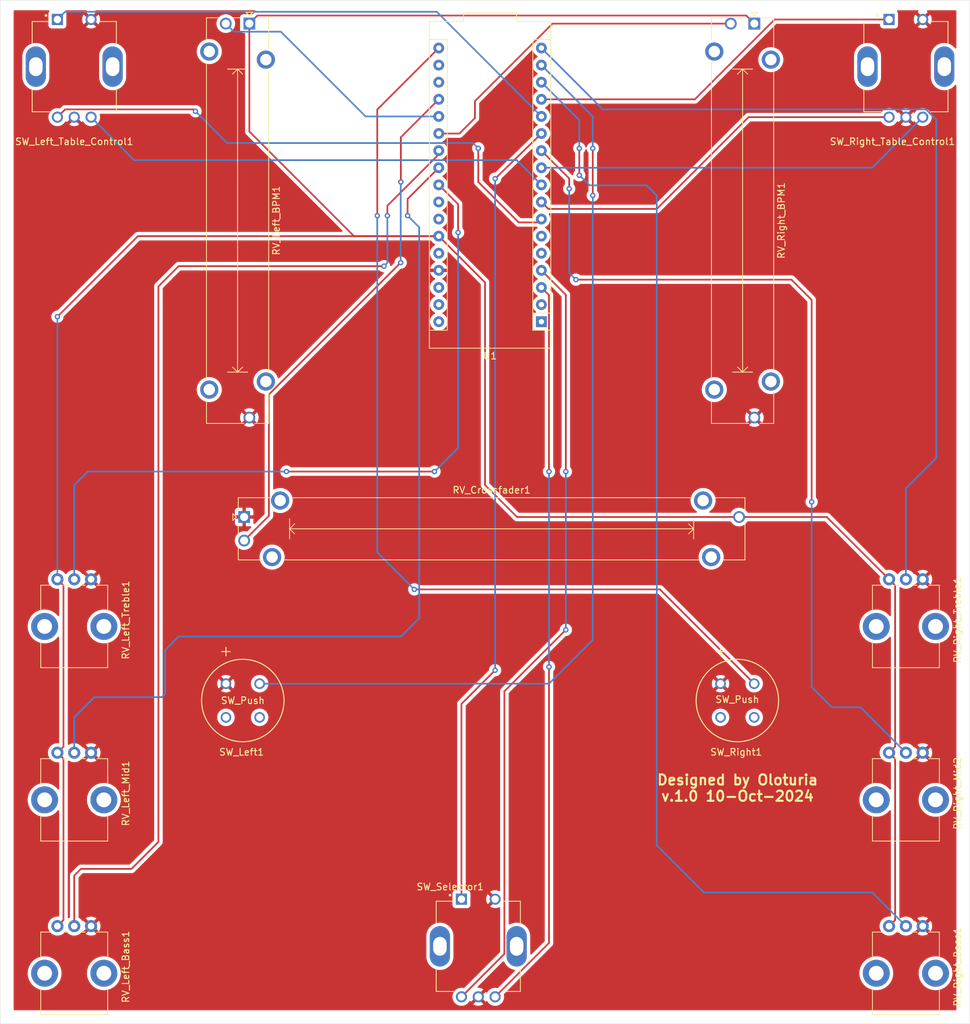
<source format=kicad_pcb>
(kicad_pcb
	(version 20240108)
	(generator "pcbnew")
	(generator_version "8.0")
	(general
		(thickness 1.6)
		(legacy_teardrops no)
	)
	(paper "A4")
	(title_block
		(title "mixxx_console Arduino Micro version")
		(date "2024-10-10")
		(rev "1.0")
	)
	(layers
		(0 "F.Cu" signal)
		(31 "B.Cu" signal)
		(32 "B.Adhes" user "B.Adhesive")
		(33 "F.Adhes" user "F.Adhesive")
		(34 "B.Paste" user)
		(35 "F.Paste" user)
		(36 "B.SilkS" user "B.Silkscreen")
		(37 "F.SilkS" user "F.Silkscreen")
		(38 "B.Mask" user)
		(39 "F.Mask" user)
		(40 "Dwgs.User" user "User.Drawings")
		(41 "Cmts.User" user "User.Comments")
		(42 "Eco1.User" user "User.Eco1")
		(43 "Eco2.User" user "User.Eco2")
		(44 "Edge.Cuts" user)
		(45 "Margin" user)
		(46 "B.CrtYd" user "B.Courtyard")
		(47 "F.CrtYd" user "F.Courtyard")
		(48 "B.Fab" user)
		(49 "F.Fab" user)
	)
	(setup
		(pad_to_mask_clearance 0.051)
		(solder_mask_min_width 0.25)
		(allow_soldermask_bridges_in_footprints no)
		(pcbplotparams
			(layerselection 0x00010fc_ffffffff)
			(plot_on_all_layers_selection 0x0000000_00000000)
			(disableapertmacros no)
			(usegerberextensions no)
			(usegerberattributes no)
			(usegerberadvancedattributes no)
			(creategerberjobfile no)
			(dashed_line_dash_ratio 12.000000)
			(dashed_line_gap_ratio 3.000000)
			(svgprecision 4)
			(plotframeref no)
			(viasonmask no)
			(mode 1)
			(useauxorigin no)
			(hpglpennumber 1)
			(hpglpenspeed 20)
			(hpglpendiameter 15.000000)
			(pdf_front_fp_property_popups yes)
			(pdf_back_fp_property_popups yes)
			(dxfpolygonmode yes)
			(dxfimperialunits yes)
			(dxfusepcbnewfont yes)
			(psnegative no)
			(psa4output no)
			(plotreference no)
			(plotvalue no)
			(plotfptext yes)
			(plotinvisibletext no)
			(sketchpadsonfab no)
			(subtractmaskfromsilk no)
			(outputformat 1)
			(mirror no)
			(drillshape 0)
			(scaleselection 1)
			(outputdirectory "./")
		)
	)
	(net 0 "")
	(net 1 "Net-(U1-A0{slash}D18)")
	(net 2 "Net-(U1-A3{slash}D21)")
	(net 3 "Net-(U1-A1{slash}D19)")
	(net 4 "Net-(U1-A4{slash}D22)")
	(net 5 "Net-(U1-A5{slash}D23)")
	(net 6 "Net-(U1-~D10{slash}A10)")
	(net 7 "Net-(U1-A2{slash}D20)")
	(net 8 "Net-(U1-~D6{slash}A7)")
	(net 9 "Net-(U1-D12{slash}A11)")
	(net 10 "Net-(U1-~D11)")
	(net 11 "Net-(U1-D4{slash}A6)")
	(net 12 "Net-(U1-D2{slash}SDA)")
	(net 13 "Net-(U1-D8{slash}A8)")
	(net 14 "Net-(U1-~D13)")
	(net 15 "Net-(U1-~D9{slash}A9)")
	(net 16 "Net-(U1-~D5)")
	(net 17 "Net-(U1-~D3{slash}SCL)")
	(net 18 "Net-(U1-D1{slash}TX)")
	(net 19 "Net-(U1-D7)")
	(net 20 "Net-(U1-D0{slash}RX)")
	(net 21 "unconnected-(U1-NC-Pad28)")
	(net 22 "unconnected-(U1-D17-Pad2)")
	(net 23 "unconnected-(U1-AREF-Pad20)")
	(net 24 "unconnected-(U1-D14-Pad33)")
	(net 25 "unconnected-(U1-GND-Pad6)")
	(net 26 "unconnected-(U1-D15-Pad34)")
	(net 27 "unconnected-(U1-NC-Pad27)")
	(net 28 "unconnected-(U1-VIN-Pad32)")
	(net 29 "unconnected-(U1-D16-Pad1)")
	(net 30 "unconnected-(U1-RESET-Pad30)")
	(net 31 "unconnected-(U1-RESET-Pad5)")
	(net 32 "unconnected-(U1-3V3-Pad19)")
	(net 33 "/GND")
	(net 34 "/+5V")
	(footprint "Potentiometer_THT:Potentiometer_Bourns_PTA6043_Single_Slide" (layer "F.Cu") (at 114.73 90.25))
	(footprint "digikey-footprints:XDCR_PEC11R-4215F-S0024" (layer "F.Cu") (at 89.5 23.37))
	(footprint "digikey-footprints:D6R90F2LFS" (layer "F.Cu") (at 112.028 115.00001))
	(footprint "Potentiometer_THT:Potentiometer_Bourns_PTA4543_Single_Slide" (layer "F.Cu") (at 115.5034 16.98 -90))
	(footprint "Potentiometer_THT:Potentiometer_Bourns_PTV09A-1_Single_Vertical" (layer "F.Cu") (at 210.5 151 -90))
	(footprint "Potentiometer_THT:Potentiometer_Bourns_PTV09A-1_Single_Vertical" (layer "F.Cu") (at 210.5 99.5 -90))
	(footprint "digikey-footprints:XDCR_PEC11R-4215F-S0024" (layer "F.Cu") (at 213 23.37))
	(footprint "Potentiometer_THT:Potentiometer_Bourns_PTA4543_Single_Slide" (layer "F.Cu") (at 190.4966 16.98 -90))
	(footprint "digikey-footprints:D6R90F2LFS" (layer "F.Cu") (at 185.472 115.00001))
	(footprint "Potentiometer_THT:Potentiometer_Bourns_PTV09A-1_Single_Vertical" (layer "F.Cu") (at 87 151 -90))
	(footprint "Potentiometer_THT:Potentiometer_Bourns_PTV09A-1_Single_Vertical" (layer "F.Cu") (at 87 125.25 -90))
	(footprint "Potentiometer_THT:Potentiometer_Bourns_PTV09A-1_Single_Vertical" (layer "F.Cu") (at 87 99.5 -90))
	(footprint "Potentiometer_THT:Potentiometer_Bourns_PTV09A-1_Single_Vertical" (layer "F.Cu") (at 210.5 125.25 -90))
	(footprint "Arduino:Arduino_Micro" (layer "F.Cu") (at 158.87 61.244 180))
	(footprint "digikey-footprints:XDCR_PEC11R-4215F-S0024" (layer "F.Cu") (at 149.5 154))
	(gr_rect
		(start 78.5 13.5)
		(end 222.5 165.5)
		(stroke
			(width 0.05)
			(type default)
		)
		(fill none)
		(layer "Edge.Cuts")
		(uuid "ae4b647f-6722-47f9-b7d4-22077ed3f059")
	)
	(gr_text "Designed by Oloturia\nv.1.0 10-Oct-2024"
		(at 188 130.5 0)
		(layer "F.SilkS")
		(uuid "6f4a3815-160a-4977-bf7a-8e605e9e0786")
		(effects
			(font
				(size 1.5 1.5)
				(thickness 0.3)
			)
		)
	)
	(segment
		(start 137.976104 52.476104)
		(end 138 52.452208)
		(width 0.25)
		(layer "F.Cu")
		(net 1)
		(uuid "0dac8f3a-5a84-442c-bec9-41ac47b5dc7e")
	)
	(segment
		(start 138 33.854)
		(end 138 40.5)
		(width 0.25)
		(layer "F.Cu")
		(net 1)
		(uuid "446d8af8-fa96-4c66-98a6-8a5f4241bc01")
	)
	(segment
		(start 118.405 72.047208)
		(end 137.976104 52.476104)
		(width 0.25)
		(layer "F.Cu")
		(net 1)
		(uuid "6b2637c3-821b-43e3-a1ef-ed2572c15dc9")
	)
	(segment
		(start 114.73 93.75)
		(end 118.405 90.075)
		(width 0.25)
		(layer "F.Cu")
		(net 1)
		(uuid "9924e271-b584-4f23-b664-3348aa29ecbf")
	)
	(segment
		(start 143.63 28.224)
		(end 138 33.854)
		(width 0.25)
		(layer "F.Cu")
		(net 1)
		(uuid "a9c8dd51-473d-4fa1-ab1a-3cb2602e9c78")
	)
	(segment
		(start 118.405 90.075)
		(end 118.405 72.047208)
		(width 0.25)
		(layer "F.Cu")
		(net 1)
		(uuid "e4ae6cef-9589-4414-abe9-708614454ede")
	)
	(via
		(at 137.976104 52.476104)
		(size 0.8)
		(drill 0.4)
		(layers "F.Cu" "B.Cu")
		(net 1)
		(uuid "0879e4e6-32dd-4dc1-bd75-f7570393dbe1")
	)
	(via
		(at 138 40.5)
		(size 0.8)
		(drill 0.4)
		(layers "F.Cu" "B.Cu")
		(net 1)
		(uuid "9d8046c1-7a42-4164-a0ce-35c8421b78a5")
	)
	(segment
		(start 137.976104 40.523896)
		(end 138 40.5)
		(width 0.25)
		(layer "B.Cu")
		(net 1)
		(uuid "9405391e-32f5-4f1f-baa9-102ddeb156e0")
	)
	(segment
		(start 137.976104 52.476104)
		(end 137.976104 40.523896)
		(width 0.25)
		(layer "B.Cu")
		(net 1)
		(uuid "f7819538-943c-4fe3-b7ec-3409ff2c4053")
	)
	(segment
		(start 90.5 142.5)
		(end 89.5 143.5)
		(width 0.25)
		(layer "F.Cu")
		(net 2)
		(uuid "0fff9705-9c81-4cc6-b720-3baa9affdab4")
	)
	(segment
		(start 102 138.5)
		(end 98 142.5)
		(width 0.25)
		(layer "F.Cu")
		(net 2)
		(uuid "1605b8ef-8fd6-4d30-9690-06433223e555")
	)
	(segment
		(start 135.5 53)
		(end 105 53)
		(width 0.25)
		(layer "F.Cu")
		(net 2)
		(uuid "3e21a251-2af4-4362-a8cb-d9540e71808e")
	)
	(segment
		(start 143.63 35.844)
		(end 143.63 36.395305)
		(width 0.25)
		(layer "F.Cu")
		(net 2)
		(uuid "61049865-75ac-4d92-920a-2a12d563d218")
	)
	(segment
		(start 89.5 143.5)
		(end 89.5 151)
		(width 0.25)
		(layer "F.Cu")
		(net 2)
		(uuid "6706bdd9-e7f6-4d86-89c9-afb350b4514c")
	)
	(segment
		(start 102 56)
		(end 102 138.5)
		(width 0.25)
		(layer "F.Cu")
		(net 2)
		(uuid "90fb3fba-4a22-4f09-ba3e-cd9dc5f52d6e")
	)
	(segment
		(start 136 44.025305)
		(end 136 45.5)
		(width 0.25)
		(layer "F.Cu")
		(net 2)
		(uuid "cec0c924-a3e1-4d70-81f1-7e40048e7621")
	)
	(segment
		(start 143.63 36.395305)
		(end 136 44.025305)
		(width 0.25)
		(layer "F.Cu")
		(net 2)
		(uuid "e435e14b-ae55-4bdd-bc84-5bb840768d26")
	)
	(segment
		(start 105 53)
		(end 102 56)
		(width 0.25)
		(layer "F.Cu")
		(net 2)
		(uuid "eb1182bd-864c-484c-9a18-7a4811ac7266")
	)
	(segment
		(start 98 142.5)
		(end 90.5 142.5)
		(width 0.25)
		(layer "F.Cu")
		(net 2)
		(uuid "edbab52a-0cd8-4841-99d7-a915ef143ab4")
	)
	(via
		(at 136 45.5)
		(size 0.8)
		(drill 0.4)
		(layers "F.Cu" "B.Cu")
		(net 2)
		(uuid "1b3fd98e-885a-4074-a216-d2311d680d8a")
	)
	(via
		(at 135.5 53)
		(size 0.8)
		(drill 0.4)
		(layers "F.Cu" "B.Cu")
		(net 2)
		(uuid "2f3d39d7-3652-48d0-9b54-eda2e338bb46")
	)
	(segment
		(start 136 45.5)
		(end 136 52.5)
		(width 0.25)
		(layer "B.Cu")
		(net 2)
		(uuid "1838d2c0-b4c9-4d16-9ac4-6145e79866a0")
	)
	(segment
		(start 136 52.5)
		(end 135.5 53)
		(width 0.25)
		(layer "B.Cu")
		(net 2)
		(uuid "ba6ec20f-c808-46bd-99df-99e15030fe9e")
	)
	(segment
		(start 112.0034 16.98)
		(end 113.2034 18.18)
		(width 0.25)
		(layer "B.Cu")
		(net 3)
		(uuid "0b6b73e1-6e24-450d-830b-d1d9ef7b84be")
	)
	(segment
		(start 132.764 30.764)
		(end 143.63 30.764)
		(width 0.25)
		(layer "B.Cu")
		(net 3)
		(uuid "1734dc37-4d65-4552-94c8-8f301a35c150")
	)
	(segment
		(start 120.18 18.18)
		(end 132.764 30.764)
		(width 0.25)
		(layer "B.Cu")
		(net 3)
		(uuid "7886c1e2-caf1-4dd8-b010-cac96279c44a")
	)
	(segment
		(start 113.2034 18.18)
		(end 120.18 18.18)
		(width 0.25)
		(layer "B.Cu")
		(net 3)
		(uuid "aca97af8-69d5-4f39-af0f-32ebaed08b42")
	)
	(segment
		(start 139 43.014)
		(end 139 45.5)
		(width 0.25)
		(layer "F.Cu")
		(net 4)
		(uuid "43f524a1-70b8-4174-80e2-25caa1325c09")
	)
	(segment
		(start 143.63 38.384)
		(end 139 43.014)
		(width 0.25)
		(layer "F.Cu")
		(net 4)
		(uuid "81c65a72-abd4-4d9f-843b-50832e70b5a5")
	)
	(via
		(at 139 45.5)
		(size 0.8)
		(drill 0.4)
		(layers "F.Cu" "B.Cu")
		(net 4)
		(uuid "40238b36-b5dd-472c-971a-f36a9ab2f4bf")
	)
	(segment
		(start 92.5 117)
		(end 89.5 120)
		(width 0.25)
		(layer "B.Cu")
		(net 4)
		(uuid "221693e1-da75-42a1-80d5-4b58da2bfc53")
	)
	(segment
		(start 138 108)
		(end 105 108)
		(width 0.25)
		(layer "B.Cu")
		(net 4)
		(uuid "2915973b-f701-457a-8d56-379e012f2fe1")
	)
	(segment
		(start 103 116.5)
		(end 102.5 117)
		(width 0.25)
		(layer "B.Cu")
		(net 4)
		(uuid "29208dca-f331-48db-98c7-0d73b6ff14e2")
	)
	(segment
		(start 103 110)
		(end 103 116.5)
		(width 0.25)
		(layer "B.Cu")
		(net 4)
		(uuid "5e4bf08e-98ed-428c-90de-61c4a1bcc757")
	)
	(segment
		(start 140.725 47.225)
		(end 140.725 105.275)
		(width 0.25)
		(layer "B.Cu")
		(net 4)
		(uuid "675faa7d-a6b2-48d9-b2ab-5b70a3a1c1f1")
	)
	(segment
		(start 140.725 105.275)
		(end 138 108)
		(width 0.25)
		(layer "B.Cu")
		(net 4)
		(uuid "6834aa9f-9476-4900-bacf-d5820f77ed8c")
	)
	(segment
		(start 102.5 117)
		(end 92.5 117)
		(width 0.25)
		(layer "B.Cu")
		(net 4)
		(uuid "bae68a65-f8ea-4c4d-b9fc-2b312f6abb5e")
	)
	(segment
		(start 139 45.5)
		(end 140.725 47.225)
		(width 0.25)
		(layer "B.Cu")
		(net 4)
		(uuid "c594c474-1888-48e5-a132-246e851a1ad0")
	)
	(segment
		(start 89.5 120)
		(end 89.5 125.25)
		(width 0.25)
		(layer "B.Cu")
		(net 4)
		(uuid "dce9af51-974b-4ef8-b3b7-6a2f4b185f78")
	)
	(segment
		(start 105 108)
		(end 103 110)
		(width 0.25)
		(layer "B.Cu")
		(net 4)
		(uuid "e23362c4-5204-4509-ba49-a0d48e0e7dd4")
	)
	(segment
		(start 143 83.5)
		(end 121 83.5)
		(width 0.25)
		(layer "F.Cu")
		(net 5)
		(uuid "2122c3c1-e389-45b2-bd06-80002429752b")
	)
	(segment
		(start 146.5 43.794)
		(end 146.5 48)
		(width 0.25)
		(layer "F.Cu")
		(net 5)
		(uuid "b8ca4b7e-3461-4f0f-9dfa-efbc768acf16")
	)
	(segment
		(start 143.63 40.924)
		(end 146.5 43.794)
		(width 0.25)
		(layer "F.Cu")
		(net 5)
		(uuid "b945ab3e-e676-41a4-a03a-5f5ce4ae32bd")
	)
	(via
		(at 143 83.5)
		(size 0.8)
		(drill 0.4)
		(layers "F.Cu" "B.Cu")
		(net 5)
		(uuid "64cea33d-8b05-4bea-8bdf-a8cbc2129181")
	)
	(via
		(at 121 83.5)
		(size 0.8)
		(drill 0.4)
		(layers "F.Cu" "B.Cu")
		(net 5)
		(uuid "821806b5-54fb-42e3-9731-6c6b827ad9df")
	)
	(via
		(at 146.5 48)
		(size 0.8)
		(drill 0.4)
		(layers "F.Cu" "B.Cu")
		(net 5)
		(uuid "9e10976b-d5ed-4882-b61c-5ea7a8a4516a")
	)
	(segment
		(start 146.5 48)
		(end 146.5 80)
		(width 0.25)
		(layer "B.Cu")
		(net 5)
		(uuid "076b2464-6e1d-48ff-84ca-f56b17e661ad")
	)
	(segment
		(start 121 83.5)
		(end 91.5 83.5)
		(width 0.25)
		(layer "B.Cu")
		(net 5)
		(uuid "0ec93195-ffad-4ed5-a170-ce5cbe3583dd")
	)
	(segment
		(start 146.5 80)
		(end 143 83.5)
		(width 0.25)
		(layer "B.Cu")
		(net 5)
		(uuid "5bf31ef2-7bb9-41c7-b17a-dac1c012a0e9")
	)
	(segment
		(start 89.5 85.5)
		(end 89.5 99.5)
		(width 0.25)
		(layer "B.Cu")
		(net 5)
		(uuid "7b623e4a-e865-4417-b59e-b5bc95e926a0")
	)
	(segment
		(start 91.5 83.5)
		(end 89.5 85.5)
		(width 0.25)
		(layer "B.Cu")
		(net 5)
		(uuid "e9994abc-970b-41be-92df-d67cbd6ad8a0")
	)
	(segment
		(start 164.5 35.5)
		(end 164.5 39.5)
		(width 0.25)
		(layer "F.Cu")
		(net 6)
		(uuid "c7441b51-ff1c-485c-bcd5-b42b7123b60a")
	)
	(via
		(at 164.5 35.5)
		(size 0.8)
		(drill 0.4)
		(layers "F.Cu" "B.Cu")
		(net 6)
		(uuid "39c01da9-3a59-4c23-a506-eb99a6b23a89")
	)
	(via
		(at 164.5 39.5)
		(size 0.8)
		(drill 0.4)
		(layers "F.Cu" "B.Cu")
		(net 6)
		(uuid "bb91c3cf-e345-49c6-8376-50fa009dffb0")
	)
	(segment
		(start 183 146)
		(end 208 146)
		(width 0.25)
		(layer "B.Cu")
		(net 6)
		(uuid "12deab07-bf08-4d60-8183-b71db426371d")
	)
	(segment
		(start 176 42.5)
		(end 176 139)
		(width 0.25)
		(layer "B.Cu")
		(net 6)
		(uuid "2c9e722c-dd0c-4890-9104-b4747161b756")
	)
	(segment
		(start 164.5 39.5)
		(end 164.525305 39.5)
		(width 0.25)
		(layer "B.Cu")
		(net 6)
		(uuid "359b63a5-445e-47cd-b410-01d0a19697f7")
	)
	(segment
		(start 158.87 25.684)
		(end 164.5 31.314)
		(width 0.25)
		(layer "B.Cu")
		(net 6)
		(uuid "3760e7bc-1149-4876-8f10-dc83912ba2e2")
	)
	(segment
		(start 166 40.974695)
		(end 166 41)
		(width 0.25)
		(layer "B.Cu")
		(net 6)
		(uuid "5f43ab35-369a-4bba-81aa-198413947ccb")
	)
	(segment
		(start 176 139)
		(end 183 146)
		(width 0.25)
		(layer "B.Cu")
		(net 6)
		(uuid "7003880b-5cc7-4430-a9b4-4f90b2866a7e")
	)
	(segment
		(start 174.5 41)
		(end 176 42.5)
		(width 0.25)
		(layer "B.Cu")
		(net 6)
		(uuid "8facd243-e640-439a-a7f7-ddeeb5059736")
	)
	(segment
		(start 208 146)
		(end 213 151)
		(width 0.25)
		(layer "B.Cu")
		(net 6)
		(uuid "9a31f43b-5200-436b-9424-dacbbed34f9a")
	)
	(segment
		(start 166 41)
		(end 174.5 41)
		(width 0.25)
		(layer "B.Cu")
		(net 6)
		(uuid "9fcaec6e-2c28-409a-a6db-c87a1f58bdd8")
	)
	(segment
		(start 164.5 31.314)
		(end 164.5 35.5)
		(width 0.25)
		(layer "B.Cu")
		(net 6)
		(uuid "f1932d8c-c483-4124-9166-9e2bcf6111f1")
	)
	(segment
		(start 164.525305 39.5)
		(end 166 40.974695)
		(width 0.25)
		(layer "B.Cu")
		(net 6)
		(uuid "f65a9221-1331-4372-8dfc-75176fb296b0")
	)
	(segment
		(start 149 31)
		(end 146.696 33.304)
		(width 0.25)
		(layer "F.Cu")
		(net 7)
		(uuid "10966563-450f-454f-8d96-604b90ede776")
	)
	(segment
		(start 160.52 16.98)
		(end 149 28.5)
		(width 0.25)
		(layer "F.Cu")
		(net 7)
		(uuid "25ff5430-e890-4ff7-8a77-df1b713777c4")
	)
	(segment
		(start 186.9966 16.98)
		(end 160.52 16.98)
		(width 0.25)
		(layer "F.Cu")
		(net 7)
		(uuid "b40362d1-0798-4728-a6e8-cd32a6fb6d6a")
	)
	(segment
		(start 146.696 33.304)
		(end 143.63 33.304)
		(width 0.25)
		(layer "F.Cu")
		(net 7)
		(uuid "b791e59b-6ca0-4dcb-adcd-c0ce70141ed5")
	)
	(segment
		(start 149 28.5)
		(end 149 31)
		(width 0.25)
		(layer "F.Cu")
		(net 7)
		(uuid "e5a8b5a2-2852-4d82-a370-6afe39a1bfc6")
	)
	(segment
		(start 158.87 35.844)
		(end 163 39.974)
		(width 0.25)
		(layer "F.Cu")
		(net 8)
		(uuid "21039433-674b-4eb5-95e2-1ed3ef47dee8")
	)
	(segment
		(start 199 58)
		(end 199 88)
		(width 0.25)
		(layer "F.Cu")
		(net 8)
		(uuid "497933b9-d33a-402d-a029-41c20d9ff593")
	)
	(segment
		(start 163 39.974)
		(end 163 41.5)
		(width 0.25)
		(layer "F.Cu")
		(net 8)
		(uuid "5e6ef0a1-582a-4427-9647-c32266ef7568")
	)
	(segment
		(start 164 55)
		(end 196 55)
		(width 0.25)
		(layer "F.Cu")
		(net 8)
		(uuid "8be86bc2-d9a5-43da-b640-f7c0bc5363c1")
	)
	(segment
		(start 196 55)
		(end 199 58)
		(width 0.25)
		(layer "F.Cu")
		(net 8)
		(uuid "c1a87757-adee-4426-a523-6b9f95ef5381")
	)
	(via
		(at 163 41.5)
		(size 0.8)
		(drill 0.4)
		(layers "F.Cu" "B.Cu")
		(net 8)
		(uuid "18bd4d28-73df-41ac-869a-dfa570bb3a4d")
	)
	(via
		(at 164 55)
		(size 0.8)
		(drill 0.4)
		(layers "F.Cu" "B.Cu")
		(net 8)
		(uuid "70b35f95-1800-4822-a746-913f52e059d7")
	)
	(via
		(at 199 88)
		(size 0.8)
		(drill 0.4)
		(layers "F.Cu" "B.Cu")
		(net 8)
		(uuid "805cdc95-6543-4120-857e-3c965dbd72ee")
	)
	(segment
		(start 199 115.5)
		(end 202 118.5)
		(width 0.25)
		(layer "B.Cu")
		(net 8)
		(uuid "04fe7029-6e9b-491e-a7ab-760acc48218c")
	)
	(segment
		(start 202 118.5)
		(end 206.25 118.5)
		(width 0.25)
		(layer "B.Cu")
		(net 8)
		(uuid "2302b0a2-e40d-4b28-b840-f6c56ce7de88")
	)
	(segment
		(start 163 41.5)
		(end 163 54)
		(width 0.25)
		(layer "B.Cu")
		(net 8)
		(uuid "51ed3bd2-5457-4a75-bc79-4167d363cb61")
	)
	(segment
		(start 206.25 118.5)
		(end 213 125.25)
		(width 0.25)
		(layer "B.Cu")
		(net 8)
		(uuid "54ac0d0c-6593-4431-9db8-c384d4177459")
	)
	(segment
		(start 163 54)
		(end 164 55)
		(width 0.25)
		(layer "B.Cu")
		(net 8)
		(uuid "6531bc61-fdf1-4145-9d34-2fa79d215e38")
	)
	(segment
		(start 199 88)
		(end 199 115.5)
		(width 0.25)
		(layer "B.Cu")
		(net 8)
		(uuid "cea7d580-1c15-481b-ac91-ce1fc5aedc7e")
	)
	(segment
		(start 215.976346 29.72)
		(end 217.5 31.243654)
		(width 0.25)
		(layer "B.Cu")
		(net 9)
		(uuid "23cf5db2-08a8-4e11-bce0-3b8704d0fca6")
	)
	(segment
		(start 167.986 29.72)
		(end 215.976346 29.72)
		(width 0.25)
		(layer "B.Cu")
		(net 9)
		(uuid "648e0629-5611-471c-aa55-0b387950ba81")
	)
	(segment
		(start 217.5 31.243654)
		(end 217.5 81.5)
		(width 0.25)
		(layer "B.Cu")
		(net 9)
		(uuid "a5903da5-38df-48e3-bd3a-e41692b3c912")
	)
	(segment
		(start 213 86)
		(end 213 99.5)
		(width 0.25)
		(layer "B.Cu")
		(net 9)
		(uuid "b66c4cf1-40a0-45fb-a7ea-f21bfd95aa9e")
	)
	(segment
		(start 217.5 81.5)
		(end 213 86)
		(width 0.25)
		(layer "B.Cu")
		(net 9)
		(uuid "c28e33f4-7f70-4da0-9023-2b333d9c633e")
	)
	(segment
		(start 158.87 20.604)
		(end 167.986 29.72)
		(width 0.25)
		(layer "B.Cu")
		(net 9)
		(uuid "ecfeda8d-c223-42a4-b63b-1e64aeabc0b3")
	)
	(segment
		(start 166.5 35.5)
		(end 166.5 42.5)
		(width 0.25)
		(layer "F.Cu")
		(net 10)
		(uuid "bb802a6e-9b9b-4c0d-894b-c042729b0458")
	)
	(via
		(at 166.5 35.5)
		(size 0.8)
		(drill 0.4)
		(layers "F.Cu" "B.Cu")
		(net 10)
		(uuid "43a6349b-398d-4c7f-87ce-308974798f4b")
	)
	(via
		(at 166.5 42.5)
		(size 0.8)
		(drill 0.4)
		(layers "F.Cu" "B.Cu")
		(net 10)
		(uuid "6d9e58bc-a13e-4a42-b5b4-d1ce8467597d")
	)
	(segment
		(start 166.5 42.5)
		(end 166.5 108.5)
		(width 0.25)
		(layer "B.Cu")
		(net 10)
		(uuid "1a5bba52-0480-41dd-985e-eedd450a7083")
	)
	(segment
		(start 166.5 30.774)
		(end 166.5 35.5)
		(width 0.25)
		(layer "B.Cu")
		(net 10)
		(uuid "33251c02-2da6-49df-b7f1-bf7854f4d71b")
	)
	(segment
		(start 159.5 115)
		(end 159.49999 115.00001)
		(width 0.25)
		(layer "B.Cu")
		(net 10)
		(uuid "5e45d30a-cebf-4a39-9f1f-f9d4518ccfdd")
	)
	(segment
		(start 160 115)
		(end 159.5 115)
		(width 0.25)
		(layer "B.Cu")
		(net 10)
		(uuid "639ea5af-2bce-4e2f-8832-b393506112f6")
	)
	(segment
		(start 159.49999 115.00001)
		(end 117.028 115.00001)
		(width 0.25)
		(layer "B.Cu")
		(net 10)
		(uuid "92c05867-ddfb-45e1-b53a-d71ccb9067bb")
	)
	(segment
		(start 158.87 23.144)
		(end 166.5 30.774)
		(width 0.25)
		(layer "B.Cu")
		(net 10)
		(uuid "e6947dbc-a2ce-4e9d-8c37-12e8ef3eac23")
	)
	(segment
		(start 166.5 108.5)
		(end 160 115)
		(width 0.25)
		(layer "B.Cu")
		(net 10)
		(uuid "f2a24cfd-a312-4cce-865c-c901a2e7a456")
	)
	(segment
		(start 155.205 37.259)
		(end 158.87 40.924)
		(width 0.25)
		(layer "B.Cu")
		(net 11)
		(uuid "7b0d3208-3437-4015-8392-d91979259fe0")
	)
	(segment
		(start 92 30.87)
		(end 98.389 37.259)
		(width 0.25)
		(layer "B.Cu")
		(net 11)
		(uuid "c0327a57-8a80-4947-beb3-bb69a221fbe6")
	)
	(segment
		(start 98.389 37.259)
		(end 155.205 37.259)
		(width 0.25)
		(layer "B.Cu")
		(net 11)
		(uuid "dd34062f-bf73-4371-a201-0d19433fe9ca")
	)
	(segment
		(start 155.5 46.5)
		(end 158.374 46.5)
		(width 0.25)
		(layer "F.Cu")
		(net 12)
		(uuid "2f2f4ba8-3f62-4252-a9b7-7cdd1c093a3d")
	)
	(segment
		(start 149.5 35.5)
		(end 149.5 40.5)
		(width 0.25)
		(layer "F.Cu")
		(net 12)
		(uuid "4a1eac47-ca6d-4ad8-bf59-a3662d2200a1")
	)
	(segment
		(start 158.374 46.5)
		(end 158.87 46.004)
		(width 0.25)
		(layer "F.Cu")
		(net 12)
		(uuid "5fb7dc57-13ee-4dfd-b685-82f85afe956c")
	)
	(segment
		(start 87 30.87)
		(end 88.15 29.72)
		(width 0.25)
		(layer "F.Cu")
		(net 12)
		(uuid "60a923dc-4bf4-45f4-a264-06b6a832c284")
	)
	(segment
		(start 149.5 40.5)
		(end 155.5 46.5)
		(width 0.25)
		(layer "F.Cu")
		(net 12)
		(uuid "65c23198-46e6-4dec-8278-b16d380624f5")
	)
	(segment
		(start 88.15 29.72)
		(end 107.22 29.72)
		(width 0.25)
		(layer "F.Cu")
		(net 12)
		(uuid "9ac238c4-5f28-4f5c-9e28-854f5ff5cde8")
	)
	(segment
		(start 107.22 29.72)
		(end 107.5 30)
		(width 0.25)
		(layer "F.Cu")
		(net 12)
		(uuid "dea1775f-ed1b-4baf-9742-49402f62b419")
	)
	(via
		(at 149.5 35.5)
		(size 0.8)
		(drill 0.4)
		(layers "F.Cu" "B.Cu")
		(net 12)
		(uuid "1820b2af-a471-44a4-b428-324107541a4c")
	)
	(via
		(at 107.5 30)
		(size 0.8)
		(drill 0.4)
		(layers "F.Cu" "B.Cu")
		(net 12)
		(uuid "b2259d9b-8c88-4cf3-9540-60038a9f7a38")
	)
	(segment
		(start 148.719 34.719)
		(end 149.5 35.5)
		(width 0.25)
		(layer "B.Cu")
		(net 12)
		(uuid "4e1eca30-ef9a-430a-87a2-9afe2cf39665")
	)
	(segment
		(start 107.5 30)
		(end 112.219 34.719)
		(width 0.25)
		(layer "B.Cu")
		(net 12)
		(uuid "51da5754-90bf-4404-9453-9abce4a10ba6")
	)
	(segment
		(start 112.219 34.719)
		(end 148.719 34.719)
		(width 0.25)
		(layer "B.Cu")
		(net 12)
		(uuid "dd76c1c0-1791-4da4-84e9-d9092c6efcc3")
	)
	(segment
		(start 87 16.37)
		(end 88.15 15.22)
		(width 0.25)
		(layer "B.Cu")
		(net 13)
		(uuid "73afd361-a148-4983-9818-8d923df9123c")
	)
	(segment
		(start 143.326 15.22)
		(end 158.87 30.764)
		(width 0.25)
		(layer "B.Cu")
		(net 13)
		(uuid "75cc741a-484f-4cb6-b733-98856a204db1")
	)
	(segment
		(start 88.15 15.22)
		(end 143.326 15.22)
		(width 0.25)
		(layer "B.Cu")
		(net 13)
		(uuid "bd907002-2791-4b5c-85e2-95e4660e84ed")
	)
	(segment
		(start 143.63 20.604)
		(end 134.5 29.734)
		(width 0.25)
		(layer "F.Cu")
		(net 14)
		(uuid "4aaeacd6-5c3a-444c-9f83-21b983a407e3")
	)
	(segment
		(start 134.5 29.734)
		(end 134.5 45.5)
		(width 0.25)
		(layer "F.Cu")
		(net 14)
		(uuid "6be0ced0-db23-4be4-aa23-ddb2d0586f0e")
	)
	(segment
		(start 140 101)
		(end 176.47199 101)
		(width 0.25)
		(layer "F.Cu")
		(net 14)
		(uuid "7c3e6b09-e9cd-4e2a-b50b-de1ed1b5fb1c")
	)
	(segment
		(start 176.47199 101)
		(end 190.472 115.00001)
		(width 0.25)
		(layer "F.Cu")
		(net 14)
		(uuid "9c138c69-42f7-4592-ae30-3e3c57f62dde")
	)
	(via
		(at 134.5 45.5)
		(size 0.8)
		(drill 0.4)
		(layers "F.Cu" "B.Cu")
		(net 14)
		(uuid "50430c21-76cf-4586-9ab2-05467eb091ef")
	)
	(via
		(at 140 101)
		(size 0.8)
		(drill 0.4)
		(layers "F.Cu" "B.Cu")
		(net 14)
		(uuid "f0133f00-811e-4c68-8b6f-3f0a50fbe198")
	)
	(segment
		(start 134.5 45.5)
		(end 134.5 95.5)
		(width 0.25)
		(layer "B.Cu")
		(net 14)
		(uuid "c657ceca-058e-4e6e-a199-fcda9043711d")
	)
	(segment
		(start 134.5 95.5)
		(end 140 101)
		(width 0.25)
		(layer "B.Cu")
		(net 14)
		(uuid "d6dc4232-8788-4301-b35b-fb03b951543d")
	)
	(segment
		(start 193.5066 16.37)
		(end 181.6526 28.224)
		(width 0.25)
		(layer "F.Cu")
		(net 15)
		(uuid "20bbbb59-9b0f-4a3f-b1f8-3cb6334890aa")
	)
	(segment
		(start 210.5 16.37)
		(end 193.5066 16.37)
		(width 0.25)
		(layer "F.Cu")
		(net 15)
		(uuid "f1f19c2e-b547-48d3-8adb-b15c42e7c35d")
	)
	(segment
		(start 181.6526 28.224)
		(end 158.87 28.224)
		(width 0.25)
		(layer "F.Cu")
		(net 15)
		(uuid "f5dffc8e-92e5-4fad-afa4-3ccce4f7d55b")
	)
	(segment
		(start 215.5 30.87)
		(end 207.986 38.384)
		(width 0.25)
		(layer "B.Cu")
		(net 16)
		(uuid "a094f1d5-7b02-4614-b3c7-6f413fb8ca2f")
	)
	(segment
		(start 207.986 38.384)
		(end 158.87 38.384)
		(width 0.25)
		(layer "B.Cu")
		(net 16)
		(uuid "d854ba13-9138-499f-9452-e80188307be5")
	)
	(segment
		(start 159.906 44.5)
		(end 158.87 43.464)
		(width 0.25)
		(layer "F.Cu")
		(net 17)
		(uuid "12b61205-e70f-48de-b98e-9f7b65919c80")
	)
	(segment
		(start 176 44.5)
		(end 159.906 44.5)
		(width 0.25)
		(layer "F.Cu")
		(net 17)
		(uuid "7ac2f22c-5fea-4910-abab-8a2207f9f161")
	)
	(segment
		(start 189.63 30.87)
		(end 176 44.5)
		(width 0.25)
		(layer "F.Cu")
		(net 17)
		(uuid "b1a5f380-86d9-4bb9-942d-92f964b28a1c")
	)
	(segment
		(start 210.5 30.87)
		(end 189.63 30.87)
		(width 0.25)
		(layer "F.Cu")
		(net 17)
		(uuid "cce84412-e540-4594-a20c-bd10c3b726a2")
	)
	(segment
		(start 158.87 56.164)
		(end 159.995 57.289)
		(width 0.25)
		(layer "F.Cu")
		(net 18)
		(uuid "658a80eb-9944-468f-8c3a-8c2a30958348")
	)
	(segment
		(start 160 153.5)
		(end 152 161.5)
		(width 0.25)
		(layer "F.Cu")
		(net 18)
		(uuid "9916a065-3a68-469c-be2d-339991beadbd")
	)
	(segment
		(start 159.995 83.495)
		(end 160 83.5)
		(width 0.25)
		(layer "F.Cu")
		(net 18)
		(uuid "b26dedef-a084-47f3-9cff-8f1a0b2f60bf")
	)
	(segment
		(start 160 112.5)
		(end 160 153.5)
		(width 0.25)
		(layer "F.Cu")
		(net 18)
		(uuid "d1964571-cb7e-4f07-9fe6-708372267cb5")
	)
	(segment
		(start 159.995 57.289)
		(end 159.995 83.495)
		(width 0.25)
		(layer "F.Cu")
		(net 18)
		(uuid "dc1e8e3b-4657-4869-8524-4d5e77e1bf49")
	)
	(via
		(at 160 83.5)
		(size 0.8)
		(drill 0.4)
		(layers "F.Cu" "B.Cu")
		(net 18)
		(uuid "75da0006-736c-47c0-92bc-421b12868d18")
	)
	(via
		(at 160 112.5)
		(size 0.8)
		(drill 0.4)
		(layers "F.Cu" "B.Cu")
		(net 18)
		(uuid "edfc9361-56e5-4c2e-9670-1c2920991882")
	)
	(segment
		(start 160 83.5)
		(end 160 112.5)
		(width 0.25)
		(layer "B.Cu")
		(net 18)
		(uuid "92ea4a14-e425-4e07-9881-8ebe570eddca")
	)
	(segment
		(start 158.87 33.304)
		(end 152 40)
		(width 0.25)
		(layer "F.Cu")
		(net 19)
		(uuid "051a90a9-62ba-4711-990a-080d56e92b32")
	)
	(segment
		(start 147 118)
		(end 147 147)
		(width 0.25)
		(layer "F.Cu")
		(net 19)
		(uuid "1ca6706f-d173-43f3-8782-7356ecda0a2e")
	)
	(segment
		(start 152 40)
		(end 152.174 40)
		(width 0.25)
		(layer "F.Cu")
		(net 19)
		(uuid "994c946c-25df-4271-a15e-4f817280c590")
	)
	(segment
		(start 152 113)
		(end 147 118)
		(width 0.25)
		(layer "F.Cu")
		(net 19)
		(uuid "9f473ed8-2ee0-43e5-afc5-d9d08fb533dc")
	)
	(via
		(at 152 40)
		(size 0.8)
		(drill 0.4)
		(layers "F.Cu" "B.Cu")
		(net 19)
		(uuid "7b7d35d0-9108-4e29-ba4d-8db1302fd44b")
	)
	(via
		(at 152 113)
		(size 0.8)
		(drill 0.4)
		(layers "F.Cu" "B.Cu")
		(net 19)
		(uuid "bc5a1059-b446-4a87-8ee6-38dde38a52d3")
	)
	(segment
		(start 152 40)
		(end 152 113)
		(width 0.25)
		(layer "B.Cu")
		(net 19)
		(uuid "796e5e83-69f8-47fd-aac7-81efa1dc0d3b")
	)
	(segment
		(start 162.5 57.254)
		(end 162.5 83.5)
		(width 0.25)
		(layer "F.Cu")
		(net 20)
		(uuid "1ca6add2-f0f5-45a7-98d1-cc3976afbd99")
	)
	(segment
		(start 153.375 116.125)
		(end 153.375 155.125)
		(width 0.25)
		(layer "F.Cu")
		(net 20)
		(uuid "2788b4e7-2ea7-4e17-9169-f65eda6ee16d")
	)
	(segment
		(start 153.375 155.125)
		(end 147 161.5)
		(width 0.25)
		(layer "F.Cu")
		(net 20)
		(uuid "44c03dce-4644-464e-bbdd-c48314972197")
	)
	(segment
		(start 158.87 53.624)
		(end 162.5 57.254)
		(width 0.25)
		(layer "F.Cu")
		(net 20)
		(uuid "96fa715f-9d30-4687-ad38-802cf746b6d4")
	)
	(segment
		(start 162.5 107)
		(end 153.375 116.125)
		(width 0.25)
		(layer "F.Cu")
		(net 20)
		(uuid "9c8156db-6c41-4302-972c-8fba5ee8dbe1")
	)
	(via
		(at 162.5 83.5)
		(size 0.8)
		(drill 0.4)
		(layers "F.Cu" "B.Cu")
		(net 20)
		(uuid "46c6a45d-2ada-4ccd-ae64-902bb7962cae")
	)
	(via
		(at 162.5 107)
		(size 0.8)
		(drill 0.4)
		(layers "F.Cu" "B.Cu")
		(net 20)
		(uuid "f0917728-cee0-4adb-ab2b-b3c85aa1ed8d")
	)
	(segment
		(start 162.5 83.5)
		(end 162.5 107)
		(width 0.25)
		(layer "B.Cu")
		(net 20)
		(uuid "32753da1-ead7-4b01-b555-14ed7dc4259b")
	)
	(segment
		(start 115.5034 16.98)
		(end 116.7034 15.78)
		(width 0.25)
		(layer "F.Cu")
		(net 34)
		(uuid "09593e86-9c25-4bc5-a965-330b5e78724b")
	)
	(segment
		(start 150.5 85.5)
		(end 155.25 90.25)
		(width 0.25)
		(layer "F.Cu")
		(net 34)
		(uuid "15455c6e-afce-4442-88a3-e61da7bf5fff")
	)
	(segment
		(start 150.5 55.414)
		(end 150.5 85.5)
		(width 0.25)
		(layer "F.Cu")
		(net 34)
		(uuid "15b74770-2416-4ffe-bc27-3126f4f36fdd")
	)
	(segment
		(start 87.9 126.15)
		(end 87.9 150.1)
		(width 0.25)
		(layer "F.Cu")
		(net 34)
		(uuid "1af893f3-e7a9-4ee0-8939-5c3d87a1ffe3")
	)
	(segment
		(start 87.9 124.35)
		(end 87 125.25)
		(width 0.25)
		(layer "F.Cu")
		(net 34)
		(uuid "2f1c16a8-413b-446e-b8b1-4e3316f3b01e")
	)
	(segment
		(start 115.5034 16.98)
		(end 115.5034 33.0034)
		(width 0.25)
		(layer "F.Cu")
		(net 34)
		(uuid "44f22c57-6009-4d34-b3ae-e3616863e5df")
	)
	(segment
		(start 87 99.5)
		(end 87.9 100.4)
		(width 0.25)
		(layer "F.Cu")
		(net 34)
		(uuid "4b29db48-cfac-4cc2-9554-789c007846fa")
	)
	(segment
		(start 131.044 48.544)
		(end 143.63 48.544)
		(width 0.25)
		(layer "F.Cu")
		(net 34)
		(uuid "4b3bb610-ecfe-474b-b5b1-b3066ab23579")
	)
	(segment
		(start 115.5034 33.0034)
		(end 131.044 48.544)
		(width 0.25)
		(layer "F.Cu")
		(net 34)
		(uuid "4c340671-dcae-42ea-aa67-4cd2097859c9")
	)
	(segment
		(start 210.5 125.25)
		(end 211.4 126.15)
		(width 0.25)
		(layer "F.Cu")
		(net 34)
		(uuid "4f2fd0b7-28be-4d3b-ac86-ad2b33ea0f60")
	)
	(segment
		(start 98.956 48.544)
		(end 87 60.5)
		(width 0.25)
		(layer "F.Cu")
		(net 34)
		(uuid "51b9a52a-7b6a-45ed-af0e-c6e0b78d9124")
	)
	(segment
		(start 201.25 90.25)
		(end 210.5 99.5)
		(width 0.25)
		(layer "F.Cu")
		(net 34)
		(uuid "593d4c13-0cb8-48ad-827e-a5aa0246b17d")
	)
	(segment
		(start 143.63 48.544)
		(end 98.956 48.544)
		(width 0.25)
		(layer "F.Cu")
		(net 34)
		(uuid "6983740d-ebc3-4883-851e-754d00b49db1")
	)
	(segment
		(start 116.7034 15.78)
		(end 189.2966 15.78)
		(width 0.25)
		(layer "F.Cu")
		(net 34)
		(uuid "7731bd07-cdf5-4efa-a9fc-1dccc3c70bc3")
	)
	(segment
		(start 143.63 48.544)
		(end 150.5 55.414)
		(width 0.25)
		(layer "F.Cu")
		(net 34)
		(uuid "7d388fe2-736d-43cc-a955-8ce069d3fd4f")
	)
	(segment
		(start 87 125.25)
		(end 87.9 126.15)
		(width 0.25)
		(layer "F.Cu")
		(net 34)
		(uuid "847b9b33-61ec-4e91-a9f0-3e90077f0600")
	)
	(segment
		(start 155.25 90.25)
		(end 188.23 90.25)
		(width 0.25)
		(layer "F.Cu")
		(net 34)
		(uuid "b0a36891-a294-40fb-b53f-0c5907f81b69")
	)
	(segment
		(start 211.4 124.35)
		(end 210.5 125.25)
		(width 0.25)
		(layer "F.Cu")
		(net 34)
		(uuid "c69d8873-96d4-4721-85c8-78d495dbd442")
	)
	(segment
		(start 87.9 100.4)
		(end 87.9 124.35)
		(width 0.25)
		(layer "F.Cu")
		(net 34)
		(uuid "c805b64a-b61f-475e-8888-0c92a669798d")
	)
	(segment
		(start 189.2966 15.78)
		(end 190.4966 16.98)
		(width 0.25)
		(layer "F.Cu")
		(net 34)
		(uuid "d6d8c847-a6cf-4a5a-b3c8-6364f3557384")
	)
	(segment
		(start 211.4 150.1)
		(end 210.5 151)
		(width 0.25)
		(layer "F.Cu")
		(net 34)
		(uuid "e6b0687d-ad81-4afd-8369-65d894df72d9")
	)
	(segment
		(start 211.4 126.15)
		(end 211.4 150.1)
		(width 0.25)
		(layer "F.Cu")
		(net 34)
		(uuid "e8b1844f-5f4a-4827-ba48-a411f69c5daf")
	)
	(segment
		(start 87.9 150.1)
		(end 87 151)
		(width 0.25)
		(layer "F.Cu")
		(net 34)
		(uuid "f040f832-2577-4036-93da-bff84bf693f9")
	)
	(segment
		(start 188.23 90.25)
		(end 201.25 90.25)
		(width 0.25)
		(layer "F.Cu")
		(net 34)
		(uuid "f4029ad4-415c-4a77-bd4e-d6049b21e519")
	)
	(segment
		(start 210.5 99.5)
		(end 211.4 100.4)
		(width 0.25)
		(layer "F.Cu")
		(net 34)
		(uuid "f509b3d6-ab1b-45b9-a8b6-5dba3c882611")
	)
	(segment
		(start 211.4 100.4)
		(end 211.4 124.35)
		(width 0.25)
		(layer "F.Cu")
		(net 34)
		(uuid "fab615de-c26d-4f74-b50d-e566c5b10735")
	)
	(via
		(at 87 60.5)
		(size 0.8)
		(drill 0.4)
		(layers "F.Cu" "B.Cu")
		(net 34)
		(uuid "c1f3ae0c-6e9a-4eb4-af1d-9ad03a2959fb")
	)
	(segment
		(start 87 60.5)
		(end 87 99.5)
		(width 0.25)
		(layer "B.Cu")
		(net 34)
		(uuid "2ee9f59d-ed30-4eee-97c8-74f5f464d867")
	)
	(zone
		(net 33)
		(net_name "/GND")
		(layer "F.Cu")
		(uuid "4c1da594-e742-4ff8-b07b-03e1f97a3136")
		(hatch edge 0.5)
		(connect_pads
			(clearance 0.508)
		)
		(min_thickness 0.25)
		(filled_areas_thickness no)
		(fill yes
			(thermal_gap 0.5)
			(thermal_bridge_width 0.5)
		)
		(polygon
			(pts
				(xy 220.5 15) (xy 220.5 163.5) (xy 80.5 163.5) (xy 80.5 15)
			)
		)
		(filled_polygon
			(layer "F.Cu")
			(pts
				(xy 153.28059 156.217826) (xy 153.336523 156.259698) (xy 153.351817 156.286556) (xy 153.394761 156.390233)
				(xy 153.394769 156.39025) (xy 153.526409 156.618256) (xy 153.686687 156.827136) (xy 153.686693 156.827143)
				(xy 153.872856 157.013306) (xy 153.872863 157.013312) (xy 154.081743 157.17359) (xy 154.309749 157.30523)
				(xy 154.309765 157.305238) (xy 154.461451 157.368068) (xy 154.553003 157.40599) (xy 154.80732 157.474134)
				(xy 154.843131 157.478848) (xy 154.907027 157.507113) (xy 154.945499 157.565437) (xy 154.946331 157.635302)
				(xy 154.914627 157.689468) (xy 152.432843 160.171251) (xy 152.37152 160.204736) (xy 152.313069 160.203345)
				(xy 152.232444 160.181742) (xy 152.000002 160.161406) (xy 151.999998 160.161406) (xy 151.767561 160.181741)
				(xy 151.76755 160.181743) (xy 151.542181 160.24213) (xy 151.542172 160.242134) (xy 151.330703 160.340743)
				(xy 151.330701 160.340744) (xy 151.139572 160.474574) (xy 151.139566 160.474579) (xy 150.974579 160.639566)
				(xy 150.974578 160.639568) (xy 150.846386 160.822645) (xy 150.791809 160.866269) (xy 150.72231 160.873462)
				(xy 150.659956 160.84194) (xy 150.643236 160.822644) (xy 150.596975 160.756577) (xy 150.596975 160.756576)
				(xy 150.023787 161.329764) (xy 150.012518 161.287708) (xy 149.94011 161.162292) (xy 149.837708 161.05989)
				(xy 149.712292 160.987482) (xy 149.670234 160.976212) (xy 150.243422 160.403023) (xy 150.16503 160.348133)
				(xy 149.954909 160.250152) (xy 149.9549 160.250148) (xy 149.730968 160.190147) (xy 149.730958 160.190145)
				(xy 149.512915 160.171068) (xy 149.447846 160.145615) (xy 149.406868 160.089024) (xy 149.40299 160.019262)
				(xy 149.436039 159.959863) (xy 153.149577 156.246325) (xy 153.210898 156.212842)
			)
		)
		(filled_polygon
			(layer "F.Cu")
			(pts
				(xy 85.767106 15.019685) (xy 85.812861 15.072489) (xy 85.822805 15.141647) (xy 85.799334 15.198308)
				(xy 85.778924 15.225575) (xy 85.724111 15.298795) (xy 85.673011 15.435795) (xy 85.673011 15.435797)
				(xy 85.6665 15.496345) (xy 85.6665 17.243654) (xy 85.673011 17.304202) (xy 85.673011 17.304204)
				(xy 85.720216 17.430761) (xy 85.724111 17.441204) (xy 85.811739 17.558261) (xy 85.928796 17.645889)
				(xy 86.065799 17.696989) (xy 86.09305 17.699918) (xy 86.126345 17.703499) (xy 86.126362 17.7035)
				(xy 87.873638 17.7035) (xy 87.873654 17.703499) (xy 87.900692 17.700591) (xy 87.934201 17.696989)
				(xy 88.071204 17.645889) (xy 88.188261 17.558261) (xy 88.275889 17.441204) (xy 88.326989 17.304201)
				(xy 88.330591 17.270692) (xy 88.333499 17.243654) (xy 88.3335 17.243637) (xy 88.3335 15.496362)
				(xy 88.333499 15.496345) (xy 88.330157 15.46527) (xy 88.326989 15.435799) (xy 88.275889 15.298796)
				(xy 88.200665 15.198309) (xy 88.176249 15.132847) (xy 88.1911 15.064574) (xy 88.240506 15.015168)
				(xy 88.299933 15) (xy 91.253218 15) (xy 91.320257 15.019685) (xy 91.366012 15.072489) (xy 91.375956 15.141647)
				(xy 91.346931 15.205203) (xy 91.32434 15.225576) (xy 91.256576 15.273022) (xy 91.829766 15.846212)
				(xy 91.787708 15.857482) (xy 91.662292 15.92989) (xy 91.55989 16.032292) (xy 91.487482 16.157708)
				(xy 91.476212 16.199766) (xy 90.903022 15.626576) (xy 90.848134 15.704967) (xy 90.750152 15.91509)
				(xy 90.750148 15.915099) (xy 90.690147 16.139031) (xy 90.690145 16.139041) (xy 90.669939 16.369999)
				(xy 90.669939 16.37) (xy 90.690145 16.600958) (xy 90.690147 16.600968) (xy 90.750148 16.8249) (xy 90.750152 16.824909)
				(xy 90.848133 17.03503) (xy 90.903023 17.113422) (xy 91.476212 16.540233) (xy 91.487482 16.582292)
				(xy 91.55989 16.707708) (xy 91.662292 16.81011) (xy 91.787708 16.882518) (xy 91.829765 16.893787)
				(xy 91.256576 17.466975) (xy 91.334969 17.521867) (xy 91.54509 17.619847) (xy 91.545099 17.619851)
				(xy 91.769031 17.679852) (xy 91.769041 17.679854) (xy 91.999999 17.700061) (xy 92.000001 17.700061)
				(xy 92.230958 17.679854) (xy 92.230968 17.679852) (xy 92.4549 17.619851) (xy 92.454909 17.619847)
				(xy 92.66503 17.521867) (xy 92.665034 17.521865) (xy 92.743422 17.466976) (xy 92.743422 17.466975)
				(xy 92.170235 16.893787) (xy 92.212292 16.882518) (xy 92.337708 16.81011) (xy 92.44011 16.707708)
				(xy 92.512518 16.582292) (xy 92.523787 16.540234) (xy 93.096975 17.113422) (xy 93.096976 17.113422)
				(xy 93.151865 17.035034) (xy 93.151867 17.03503) (xy 93.17753 16.979994) (xy 110.615158 16.979994)
				(xy 110.615158 16.980005) (xy 110.63409 17.208488) (xy 110.634092 17.2085) (xy 110.690376 17.430761)
				(xy 110.782477 17.640729) (xy 110.907879 17.832673) (xy 110.907882 17.832676) (xy 111.063169 18.001363)
				(xy 111.063172 18.001365) (xy 111.063175 18.001368) (xy 111.244095 18.142184) (xy 111.244102 18.142188)
				(xy 111.244104 18.14219) (xy 111.44575 18.251315) (xy 111.662607 18.325762) (xy 111.88876 18.3635)
				(xy 112.11804 18.3635) (xy 112.344193 18.325762) (xy 112.56105 18.251315) (xy 112.762696 18.14219)
				(xy 112.943631 18.001363) (xy 113.098918 17.832676) (xy 113.224322 17.64073) (xy 113.316423 17.430761)
				(xy 113.372708 17.208497) (xy 113.37942 17.1275) (xy 113.391642 16.980005) (xy 113.391642 16.979994)
				(xy 113.372709 16.751511) (xy 113.372707 16.751499) (xy 113.316423 16.529238) (xy 113.224322 16.31927)
				(xy 113.09892 16.127326) (xy 113.033577 16.056345) (xy 112.943631 15.958637) (xy 112.943626 15.958633)
				(xy 112.943624 15.958631) (xy 112.762704 15.817815) (xy 112.762693 15.817808) (xy 112.561056 15.708688)
				(xy 112.561053 15.708686) (xy 112.56105 15.708685) (xy 112.561047 15.708684) (xy 112.561045 15.708683)
				(xy 112.344195 15.634238) (xy 112.11804 15.5965) (xy 111.88876 15.5965) (xy 111.662604 15.634238)
				(xy 111.445754 15.708683) (xy 111.445743 15.708688) (xy 111.244106 15.817808) (xy 111.244095 15.817815)
				(xy 111.063175 15.958631) (xy 111.063172 15.958634) (xy 110.907879 16.127326) (xy 110.782477 16.31927)
				(xy 110.690376 16.529238) (xy 110.634092 16.751499) (xy 110.63409 16.751511) (xy 110.615158 16.979994)
				(xy 93.17753 16.979994) (xy 93.249847 16.824909) (xy 93.249851 16.8249) (xy 93.309852 16.600968)
				(xy 93.309854 16.600958) (xy 93.330061 16.37) (xy 93.330061 16.369999) (xy 93.309854 16.139041)
				(xy 93.309852 16.139031) (xy 93.249851 15.915099) (xy 93.249847 15.91509) (xy 93.151867 15.704971)
				(xy 93.151866 15.704969) (xy 93.096975 15.626577) (xy 93.096975 15.626576) (xy 92.523787 16.199764)
				(xy 92.512518 16.157708) (xy 92.44011 16.032292) (xy 92.337708 15.92989) (xy 92.212292 15.857482)
				(xy 92.170234 15.846212) (xy 92.743422 15.273023) (xy 92.675659 15.225575) (xy 92.632034 15.170998)
				(xy 92.624842 15.101499) (xy 92.656364 15.039145) (xy 92.716594 15.003731) (xy 92.746783 15) (xy 116.321709 15)
				(xy 116.388748 15.019685) (xy 116.434503 15.072489) (xy 116.444447 15.141647) (xy 116.415422 15.205203)
				(xy 116.3906 15.227102) (xy 116.299567 15.287928) (xy 116.299563 15.287931) (xy 116.027315 15.560181)
				(xy 115.965992 15.593666) (xy 115.939634 15.5965) (xy 114.579745 15.5965) (xy 114.519197 15.603011)
				(xy 114.519195 15.603011) (xy 114.382195 15.654111) (xy 114.265139 15.741739) (xy 114.177511 15.858795)
				(xy 114.126411 15.995795) (xy 114.126411 15.995797) (xy 114.1199 16.056345) (xy 114.1199 17.903654)
				(xy 114.126411 17.964202) (xy 114.126411 17.964204) (xy 114.177511 18.101204) (xy 114.265139 18.218261)
				(xy 114.382196 18.305889) (xy 114.519199 18.356989) (xy 114.54645 18.359918) (xy 114.579745 18.363499)
				(xy 114.579762 18.3635) (xy 114.7459 18.3635) (xy 114.812939 18.383185) (xy 114.858694 18.435989)
				(xy 114.8699 18.4875) (xy 114.8699 33.065798) (xy 114.894243 33.188177) (xy 114.894245 33.188185)
				(xy 114.941998 33.303472) (xy 114.942003 33.303481) (xy 115.011328 33.407232) (xy 115.011331 33.407236)
				(xy 129.302915 47.698819) (xy 129.3364 47.760142) (xy 129.331416 47.829834) (xy 129.289544 47.885767)
				(xy 129.22408 47.910184) (xy 129.215234 47.9105) (xy 98.893601 47.9105) (xy 98.771222 47.934843)
				(xy 98.771214 47.934845) (xy 98.655927 47.982598) (xy 98.655918 47.982603) (xy 98.552167 48.051928)
				(xy 98.552163 48.051931) (xy 87.048915 59.555181) (xy 86.987592 59.588666) (xy 86.961234 59.5915)
				(xy 86.904513 59.5915) (xy 86.717714 59.631205) (xy 86.543246 59.708883) (xy 86.388745 59.821135)
				(xy 86.260959 59.963057) (xy 86.165473 60.128443) (xy 86.16547 60.12845) (xy 86.106459 60.310068)
				(xy 86.106458 60.310072) (xy 86.086496 60.5) (xy 86.106458 60.689928) (xy 86.106459 60.689931) (xy 86.16547 60.871549)
				(xy 86.165473 60.871556) (xy 86.26096 61.036944) (xy 86.388747 61.178866) (xy 86.543248 61.291118)
				(xy 86.717712 61.368794) (xy 86.904513 61.4085) (xy 87.095487 61.4085) (xy 87.282288 61.368794)
				(xy 87.456752 61.291118) (xy 87.611253 61.178866) (xy 87.73904 61.036944) (xy 87.834527 60.871556)
				(xy 87.893542 60.689928) (xy 87.910981 60.523997) (xy 87.937564 60.459387) (xy 87.946611 60.449291)
				(xy 99.182085 49.213819) (xy 99.243408 49.180334) (xy 99.269766 49.1775) (xy 130.981606 49.1775)
				(xy 131.106393 49.1775) (xy 142.411648 49.1775) (xy 142.478687 49.197185) (xy 142.51322 49.230373)
				(xy 142.623802 49.3883) (xy 142.7857 49.550198) (xy 142.973251 49.681523) (xy 143.016345 49.701618)
				(xy 143.068784 49.747791) (xy 143.087936 49.814984) (xy 143.06772 49.881865) (xy 143.016345 49.926382)
				(xy 142.973251 49.946476) (xy 142.848126 50.03409) (xy 142.7857 50.077802) (xy 142.785698 50.077803)
				(xy 142.785695 50.077806) (xy 142.623806 50.239695) (xy 142.492476 50.427252) (xy 142.492475 50.427254)
				(xy 142.395718 50.63475) (xy 142.395714 50.634761) (xy 142.336457 50.85591) (xy 142.336456 50.855918)
				(xy 142.316502 51.083998) (xy 142.316502 51.084001) (xy 142.336456 51.312081) (xy 142.336457 51.312089)
				(xy 142.395714 51.533238) (xy 142.395718 51.533249) (xy 142.466474 51.684986) (xy 142.492477 51.740749)
				(xy 142.623802 51.9283) (xy 142.7857 52.090198) (xy 142.955198 52.208882) (xy 142.973251 52.221523)
				(xy 143.026401 52.246307) (xy 143.07884 52.292479) (xy 143.097992 52.359673) (xy 143.077776 52.426554)
				(xy 143.026401 52.471071) (xy 142.977517 52.493865) (xy 142.791179 52.624342) (xy 142.630342 52.785179)
				(xy 142.499865 52.971517) (xy 142.403734 53.177673) (xy 142.40373 53.177682) (xy 142.351127 53.373999)
				(xy 142.351128 53.374) (xy 143.314314 53.374) (xy 143.30992 53.378394) (xy 143.257259 53.469606)
				(xy 143.23 53.571339) (xy 143.23 53.676661) (xy 143.257259 53.778394) (xy 143.30992 53.869606) (xy 143.314314 53.874)
				(xy 142.351128 53.874) (xy 142.40373 54.070317) (xy 142.403734 54.070326) (xy 142.499865 54.276482)
				(xy 142.630342 54.46282) (xy 142.791179 54.623657) (xy 142.977517 54.754133) (xy 143.026399 54.776927)
				(xy 143.078839 54.823099) (xy 143.097992 54.890292) (xy 143.077777 54.957174) (xy 143.026402 55.001691)
				(xy 142.973256 55.026474) (xy 142.973252 55.026476) (xy 142.902856 55.075767) (xy 142.7857 55.157802)
				(xy 142.785698 55.157803) (xy 142.785695 55.157806) (xy 142.623806 55.319695) (xy 142.492476 55.507252)
				(xy 142.492475 55.507254) (xy 142.395718 55.71475) (xy 142.395714 55.714761) (xy 142.336457 55.93591)
				(xy 142.336456 55.935918) (xy 142.316502 56.163998) (xy 142.316502 56.164001) (xy 142.336456 56.392081)
				(xy 142.336457 56.392089) (xy 142.395714 56.613238) (xy 142.395718 56.613249) (xy 142.48137 56.79693)
				(xy 142.492477 56.820749) (xy 142.623802 57.0083) (xy 142.7857 57.170198) (xy 142.973251 57.301523)
				(xy 143.016345 57.321618) (xy 143.068784 57.367791) (xy 143.087936 57.434984) (xy 143.06772 57.501865)
				(xy 143.016345 57.546382) (xy 142.973251 57.566476) (xy 142.848126 57.65409) (xy 142.7857 57.697802)
				(xy 142.785698 57.697803) (xy 142.785695 57.697806) (xy 142.623806 57.859695) (xy 142.623803 57.859698)
				(xy 142.623802 57.8597) (xy 142.541767 57.976856) (xy 142.492476 58.047252) (xy 142.492475 58.047254)
				(xy 142.395718 58.25475) (xy 142.395714 58.254761) (xy 142.336457 58.47591) (xy 142.336456 58.475918)
				(xy 142.316502 58.703998) (xy 142.316502 58.704001) (xy 142.336456 58.932081) (xy 142.336457 58.932089)
				(xy 142.395714 59.153238) (xy 142.395718 59.153249) (xy 142.492475 59.360745) (xy 142.492477 59.360749)
				(xy 142.623802 59.5483) (xy 142.7857 59.710198) (xy 142.944133 59.821134) (xy 142.973251 59.841523)
				(xy 143.016345 59.861618) (xy 143.068784 59.907791) (xy 143.087936 59.974984) (xy 143.06772 60.041865)
				(xy 143.016345 60.086382) (xy 142.973251 60.106476) (xy 142.848126 60.19409) (xy 142.7857 60.237802)
				(xy 142.785698 60.237803) (xy 142.785695 60.237806) (xy 142.623806 60.399695) (xy 142.492476 60.587252)
				(xy 142.492475 60.587254) (xy 142.395718 60.79475) (xy 142.395714 60.794761) (xy 142.336457 61.01591)
				(xy 142.336456 61.015918) (xy 142.316502 61.243998) (xy 142.316502 61.244001) (xy 142.336456 61.472081)
				(xy 142.336457 61.472089) (xy 142.395714 61.693238) (xy 142.395718 61.693249) (xy 142.492475 61.900745)
				(xy 142.492477 61.900749) (xy 142.623802 62.0883) (xy 142.7857 62.250198) (xy 142.973251 62.381523)
				(xy 143.028445 62.40726) (xy 143.18075 62.478281) (xy 143.180752 62.478281) (xy 143.180757 62.478284)
				(xy 143.401913 62.537543) (xy 143.564832 62.551796) (xy 143.629998 62.557498) (xy 143.63 62.557498)
				(xy 143.630002 62.557498) (xy 143.687139 62.552499) (xy 143.858087 62.537543) (xy 144.079243 62.478284)
				(xy 144.286749 62.381523) (xy 144.4743 62.250198) (xy 144.636198 62.0883) (xy 144.767523 61.900749)
				(xy 144.864284 61.693243) (xy 144.923543 61.472087) (xy 144.943498 61.244) (xy 144.923543 61.015913)
				(xy 144.864284 60.794757) (xy 144.767523 60.587251) (xy 144.636198 60.3997) (xy 144.4743 60.237802)
				(xy 144.286749 60.106477) (xy 144.243655 60.086382) (xy 144.191215 60.04021) (xy 144.172063 59.973017)
				(xy 144.192278 59.906136) (xy 144.243655 59.861618) (xy 144.246882 59.860112) (xy 144.286749 59.841523)
				(xy 144.4743 59.710198) (xy 144.636198 59.5483) (xy 144.767523 59.360749) (xy 144.864284 59.153243)
				(xy 144.923543 58.932087) (xy 144.943498 58.704) (xy 144.923543 58.475913) (xy 144.864284 58.254757)
				(xy 144.767523 58.047251) (xy 144.636198 57.8597) (xy 144.4743 57.697802) (xy 144.286749 57.566477)
				(xy 144.243655 57.546382) (xy 144.191215 57.50021) (xy 144.172063 57.433017) (xy 144.192278 57.366136)
				(xy 144.243655 57.321618) (xy 144.246882 57.320112) (xy 144.286749 57.301523) (xy 144.4743 57.170198)
				(xy 144.636198 57.0083) (xy 144.767523 56.820749) (xy 144.864284 56.613243) (xy 144.923543 56.392087)
				(xy 144.943498 56.164) (xy 144.923543 55.935913) (xy 144.864284 55.714757) (xy 144.858059 55.701408)
				(xy 144.781368 55.536942) (xy 144.767523 55.507251) (xy 144.636198 55.3197) (xy 144.4743 55.157802)
				(xy 144.286749 55.026477) (xy 144.233596 55.001691) (xy 144.181158 54.955519) (xy 144.162007 54.888325)
				(xy 144.182223 54.821444) (xy 144.2336 54.776927) (xy 144.282483 54.754133) (xy 144.46882 54.623657)
				(xy 144.629657 54.46282) (xy 144.760134 54.276482) (xy 144.856265 54.070326) (xy 144.856269 54.070317)
				(xy 144.908872 53.874) (xy 143.945686 53.874) (xy 143.95008 53.869606) (xy 144.002741 53.778394)
				(xy 144.03 53.676661) (xy 144.03 53.571339) (xy 144.002741 53.469606) (xy 143.95008 53.378394) (xy 143.945686 53.374)
				(xy 144.908872 53.374) (xy 144.908872 53.373999) (xy 144.856269 53.177682) (xy 144.856265 53.177673)
				(xy 144.760134 52.971517) (xy 144.629657 52.785179) (xy 144.46882 52.624342) (xy 144.282481 52.493865)
				(xy 144.282479 52.493864) (xy 144.233599 52.471071) (xy 144.181159 52.424899) (xy 144.162007 52.357706)
				(xy 144.182223 52.290824) (xy 144.233599 52.246307) (xy 144.286749 52.221523) (xy 144.4743 52.090198)
				(xy 144.636198 51.9283) (xy 144.767523 51.740749) (xy 144.864284 51.533243) (xy 144.923543 51.312087)
				(xy 144.943498 51.084) (xy 144.941494 51.061095) (xy 144.95526 50.992596) (xy 145.003875 50.942413)
				(xy 145.071904 50.926479) (xy 145.137747 50.949854) (xy 145.152703 50.962607) (xy 149.830181 55.640085)
				(xy 149.863666 55.701408) (xy 149.8665 55.727766) (xy 149.8665 85.562398) (xy 149.890843 85.684777)
				(xy 149.890845 85.684785) (xy 149.938598 85.800072) (xy 149.938603 85.800081) (xy 150.007928 85.903832)
				(xy 150.007931 85.903836) (xy 154.757929 90.653833) (xy 154.834215 90.730119) (xy 154.846168 90.742072)
				(xy 154.949918 90.811396) (xy 154.949924 90.811399) (xy 154.949925 90.8114) (xy 155.065215 90.859155)
				(xy 155.187601 90.883499) (xy 155.187605 90.8835) (xy 155.187606 90.8835) (xy 186.924182 90.8835)
				(xy 186.991221 90.903185) (xy 187.027991 90.939679) (xy 187.134479 91.102673) (xy 187.134482 91.102676)
				(xy 187.289769 91.271363) (xy 187.289772 91.271365) (xy 187.289775 91.271368) (xy 187.470695 91.412184)
				(xy 187.470702 91.412188) (xy 187.470704 91.41219) (xy 187.67235 91.521315) (xy 187.889207 91.595762)
				(xy 188.11536 91.6335) (xy 188.34464 91.6335) (xy 188.570793 91.595762) (xy 188.78765 91.521315)
				(xy 188.989296 91.41219) (xy 189.170231 91.271363) (xy 189.325518 91.102676) (xy 189.432009 90.939679)
				(xy 189.485155 90.894322) (xy 189.535818 90.8835) (xy 200.936234 90.8835) (xy 201.003273 90.903185)
				(xy 201.023915 90.919819) (xy 209.10978 99.005684) (xy 209.143265 99.067007) (xy 209.142305 99.123805)
				(xy 209.105948 99.267377) (xy 209.086673 99.499994) (xy 209.086673 99.500005) (xy 209.105948 99.732622)
				(xy 209.163251 99.958907) (xy 209.257015 100.172668) (xy 209.384686 100.368084) (xy 209.542776 100.539814)
				(xy 209.54278 100.539818) (xy 209.726983 100.68319) (xy 209.726985 100.683191) (xy 209.726988 100.683193)
				(xy 209.846331 100.747777) (xy 209.932273 100.794287) (xy 210.046914 100.833643) (xy 210.153045 100.870079)
				(xy 210.153047 100.870079) (xy 210.153049 100.87008) (xy 210.383288 100.9085) (xy 210.383289 100.9085)
				(xy 210.616712 100.9085) (xy 210.622086 100.907603) (xy 210.691451 100.915982) (xy 210.745275 100.960533)
				(xy 210.766468 101.027111) (xy 210.7665 101.029911) (xy 210.7665 104.839053) (xy 210.746815 104.906092)
				(xy 210.694011 104.951847) (xy 210.624853 104.961791) (xy 210.561297 104.932766) (xy 210.546957 104.918094)
				(xy 210.432231 104.779416) (xy 210.202141 104.563347) (xy 210.202131 104.563339) (xy 209.94679 104.377823)
				(xy 209.946783 104.377818) (xy 209.946779 104.377816) (xy 209.670179 104.225753) (xy 209.670176 104.225751)
				(xy 209.670171 104.225749) (xy 209.67017 104.225748) (xy 209.376705 104.109557) (xy 209.376702 104.109556)
				(xy 209.070978 104.03106) (xy 209.070965 104.031058) (xy 208.757832 103.9915) (xy 208.757821 103.9915)
				(xy 208.442179 103.9915) (xy 208.442167 103.9915) (xy 208.129034 104.031058) (xy 208.129021 104.03106)
				(xy 207.823297 104.109556) (xy 207.823294 104.109557) (xy 207.529829 104.225748) (xy 207.529828 104.225749)
				(xy 207.253221 104.377816) (xy 207.253209 104.377823) (xy 206.997868 104.563339) (xy 206.997858 104.563347)
				(xy 206.767772 104.779411) (xy 206.718432 104.839053) (xy 206.616895 104.961791) (xy 206.566561 105.022634)
				(xy 206.397442 105.289123) (xy 206.397436 105.289134) (xy 206.263046 105.574727) (xy 206.263044 105.574732)
				(xy 206.172537 105.853283) (xy 206.165505 105.874928) (xy 206.13222 106.049409) (xy 206.106357 106.184987)
				(xy 206.08654 106.499994) (xy 206.08654 106.500005) (xy 206.106357 106.815012) (xy 206.106359 106.81502)
				(xy 206.165505 107.125072) (xy 206.165507 107.125077) (xy 206.263044 107.425267) (xy 206.263046 107.425272)
				(xy 206.397436 107.710865) (xy 206.397442 107.710876) (xy 206.566561 107.977365) (xy 206.566563 107.977368)
				(xy 206.566568 107.977375) (xy 206.718432 108.160946) (xy 206.767772 108.220588) (xy 206.997858 108.436652)
				(xy 206.997868 108.43666) (xy 207.253209 108.622176) (xy 207.253214 108.622178) (xy 207.253221 108.622184)
				(xy 207.529821 108.774247) (xy 207.529826 108.774249) (xy 207.529828 108.77425) (xy 207.529829 108.774251)
				(xy 207.823294 108.890442) (xy 207.823297 108.890443) (xy 208.129021 108.968939) (xy 208.129025 108.96894)
				(xy 208.194717 108.977238) (xy 208.442167 109.008499) (xy 208.442176 109.008499) (xy 208.442179 109.0085)
				(xy 208.442181 109.0085) (xy 208.757819 109.0085) (xy 208.757821 109.0085) (xy 208.757824 109.008499)
				(xy 208.757832 109.008499) (xy 208.944692 108.984892) (xy 209.070975 108.96894) (xy 209.376702 108.890443)
				(xy 209.376705 108.890442) (xy 209.67017 108.774251) (xy 209.670171 108.77425) (xy 209.670169 108.77425)
				(xy 209.670179 108.774247) (xy 209.946779 108.622184) (xy 210.20214 108.436654) (xy 210.432233 108.220582)
				(xy 210.546958 108.081903) (xy 210.604856 108.042798) (xy 210.674708 108.041202) (xy 210.734333 108.077623)
				(xy 210.764803 108.140499) (xy 210.7665 108.160946) (xy 210.7665 123.720088) (xy 210.746815 123.787127)
				(xy 210.694011 123.832882) (xy 210.624853 123.842826) (xy 210.622097 123.842398) (xy 210.616714 123.8415)
				(xy 210.616712 123.8415) (xy 210.383288 123.8415) (xy 210.33724 123.849184) (xy 210.153045 123.87992)
				(xy 209.93228 123.95571) (xy 209.932266 123.955716) (xy 209.726988 124.066806) (xy 209.726985 124.066808)
				(xy 209.542781 124.210181) (xy 209.542776 124.210185) (xy 209.384686 124.381915) (xy 209.257015 124.577331)
				(xy 209.163251 124.791092) (xy 209.105948 125.017377) (xy 209.086673 125.249994) (xy 209.086673 125.250005)
				(xy 209.105948 125.482622) (xy 209.163251 125.708907) (xy 209.257015 125.922668) (xy 209.384686 126.118084)
				(xy 209.542776 126.289814) (xy 209.54278 126.289818) (xy 209.726983 126.43319) (xy 209.726985 126.433191)
				(xy 209.726988 126.433193) (xy 209.846331 126.497777) (xy 209.932273 126.544287) (xy 210.046914 126.583643)
				(xy 210.153045 126.620079) (xy 210.153047 126.620079) (xy 210.153049 126.62008) (xy 210.383288 126.6585)
				(xy 210.383289 126.6585) (xy 210.616712 126.6585) (xy 210.622086 126.657603) (xy 210.691451 126.665982)
				(xy 210.745275 126.710533) (xy 210.766468 126.777111) (xy 210.7665 126.779911) (xy 210.7665 130.589053)
				(xy 210.746815 130.656092) (xy 210.694011 130.701847) (xy 210.624853 130.711791) (xy 210.561297 130.682766)
				(xy 210.546957 130.668094) (xy 210.432231 130.529416) (xy 210.202141 130.313347) (xy 210.202131 130.313339)
				(xy 209.94679 130.127823) (xy 209.946783 130.127818) (xy 209.946779 130.127816) (xy 209.670179 129.975753)
				(xy 209.670176 129.975751) (xy 209.670171 129.975749) (xy 209.67017 129.975748) (xy 209.376705 129.859557)
				(xy 209.376702 129.859556) (xy 209.070978 129.78106) (xy 209.070965 129.781058) (xy 208.757832 129.7415)
				(xy 208.757821 129.7415) (xy 208.442179 129.7415) (xy 208.442167 129.7415) (xy 208.129034 129.781058)
				(xy 208.129021 129.78106) (xy 207.823297 129.859556) (xy 207.823294 129.859557) (xy 207.529829 129.975748)
				(xy 207.529828 129.975749) (xy 207.253221 130.127816) (xy 207.253209 130.127823) (xy 206.997868 130.313339)
				(xy 206.997858 130.313347) (xy 206.767772 130.529411) (xy 206.718432 130.589053) (xy 206.616895 130.711791)
				(xy 206.566561 130.772634) (xy 206.397442 131.039123) (xy 206.397436 131.039134) (xy 206.263046 131.324727)
				(xy 206.263044 131.324732) (xy 206.172537 131.603283) (xy 206.165505 131.624928) (xy 206.13222 131.799409)
				(xy 206.106357 131.934987) (xy 206.08654 132.249994) (xy 206.08654 132.250005) (xy 206.106357 132.565012)
				(xy 206.106359 132.56502) (xy 206.165505 132.875072) (xy 206.165507 132.875077) (xy 206.263044 133.175267)
				(xy 206.263046 133.175272) (xy 206.397436 133.460865) (xy 206.397442 133.460876) (xy 206.566561 133.727365)
				(xy 206.566563 133.727368) (xy 206.566568 133.727375) (xy 206.718432 133.910946) (xy 206.767772 133.970588)
				(xy 206.997858 134.186652) (xy 206.997868 134.18666) (xy 207.253209 134.372176) (xy 207.253214 134.372178)
				(xy 207.253221 134.372184) (xy 207.529821 134.524247) (xy 207.529826 134.524249) (xy 207.529828 134.52425)
				(xy 207.529829 134.524251) (xy 207.823294 134.640442) (xy 207.823297 134.640443) (xy 208.129021 134.718939)
				(xy 208.129025 134.71894) (xy 208.194717 134.727238) (xy 208.442167 134.758499) (xy 208.442176 134.758499)
				(xy 208.442179 134.7585) (xy 208.442181 134.7585) (xy 208.757819 134.7585) (xy 208.757821 134.7585)
				(xy 208.757824 134.758499) (xy 208.757832 134.758499) (xy 208.944692 134.734892) (xy 209.070975 134.71894)
				(xy 209.376702 134.640443) (xy 209.376705 134.640442) (xy 209.67017 134.524251) (xy 209.670171 134.52425)
				(xy 209.670169 134.52425) (xy 209.670179 134.524247) (xy 209.946779 134.372184) (xy 210.20214 134.186654)
				(xy 210.432233 133.970582) (xy 210.546958 133.831903) (xy 210.604856 133.792798) (xy 210.674708 133.791202)
				(xy 210.734333 133.827623) (xy 210.764803 133.890499) (xy 210.7665 133.910946) (xy 210.7665 149.470088)
				(xy 210.746815 149.537127) (xy 210.694011 149.582882) (xy 210.624853 149.592826) (xy 210.622097 149.592398)
				(xy 210.616714 149.5915) (xy 210.616712 149.5915) (xy 210.383288 149.5915) (xy 210.33724 149.599184)
				(xy 210.153045 149.62992) (xy 209.93228 149.70571) (xy 209.932266 149.705716) (xy 209.726988 149.816806)
				(xy 209.726985 149.816808) (xy 209.542781 149.960181) (xy 209.542776 149.960185) (xy 209.384686 150.131915)
				(xy 209.257015 150.327331) (xy 209.163251 150.541092) (xy 209.105948 150.767377) (xy 209.086673 150.999994)
				(xy 209.086673 151.000005) (xy 209.105948 151.232622) (xy 209.163251 151.458907) (xy 209.257015 151.672668)
				(xy 209.384686 151.868084) (xy 209.542776 152.039814) (xy 209.54278 152.039818) (xy 209.726983 152.18319)
				(xy 209.726985 152.183191) (xy 209.726988 152.183193) (xy 209.846331 152.247777) (xy 209.932273 152.294287)
				(xy 210.046914 152.333643) (xy 210.153045 152.370079) (xy 210.153047 152.370079) (xy 210.153049 152.37008)
				(xy 210.383288 152.4085) (xy 210.383289 152.4085) (xy 210.616711 152.4085) (xy 210.616712 152.4085)
				(xy 210.846951 152.37008) (xy 211.067727 152.294287) (xy 211.273017 152.18319) (xy 211.45722 152.039818)
				(xy 211.615314 151.868083) (xy 211.646191 151.820821) (xy 211.699337 151.775465) (xy 211.768568 151.766041)
				(xy 211.831904 151.795542) (xy 211.853809 151.820822) (xy 211.884686 151.868084) (xy 212.042776 152.039814)
				(xy 212.04278 152.039818) (xy 212.226983 152.18319) (xy 212.226985 152.183191) (xy 212.226988 152.183193)
				(xy 212.346331 152.247777) (xy 212.432273 152.294287) (xy 212.546914 152.333643) (xy 212.653045 152.370079)
				(xy 212.653047 152.370079) (xy 212.653049 152.37008) (xy 212.883288 152.4085) (xy 212.883289 152.4085)
				(xy 213.116711 152.4085) (xy 213.116712 152.4085) (xy 213.346951 152.37008) (xy 213.567727 152.294287)
				(xy 213.773017 152.18319) (xy 213.95722 152.039818) (xy 214.115314 151.868083) (xy 214.125167 151.853003)
				(xy 214.151267 151.813053) (xy 214.204412 151.767695) (xy 214.273644 151.758271) (xy 214.33698 151.787772)
				(xy 214.3452 151.797258) (xy 214.348812 151.797633) (xy 215.017037 151.129408) (xy 215.034075 151.192993)
				(xy 215.099901 151.307007) (xy 215.192993 151.400099) (xy 215.307007 151.465925) (xy 215.37059 151.482962)
				(xy 214.701201 152.152351) (xy 214.731649 152.17605) (xy 214.935697 152.286476) (xy 214.935706 152.286479)
				(xy 215.155139 152.361811) (xy 215.383993 152.4) (xy 215.616007 152.4) (xy 215.84486 152.361811)
				(xy 216.064293 152.286479) (xy 216.064301 152.286476) (xy 216.268355 152.176047) (xy 216.298797 152.152351)
				(xy 216.298798 152.15235) (xy 215.62941 151.482962) (xy 215.692993 151.465925) (xy 215.807007 151.400099)
				(xy 215.900099 151.307007) (xy 215.965925 151.192993) (xy 215.982962 151.129409) (xy 216.651186 151.797633)
				(xy 216.735482 151.668611) (xy 216.828682 151.456135) (xy 216.885638 151.231218) (xy 216.904798 151.000005)
				(xy 216.904798 150.999994) (xy 216.885638 150.768781) (xy 216.828682 150.543864) (xy 216.735484 150.331393)
				(xy 216.651186 150.202365) (xy 215.982962 150.870589) (xy 215.965925 150.807007) (xy 215.900099 150.692993)
				(xy 215.807007 150.599901) (xy 215.692993 150.534075) (xy 215.629409 150.517037) (xy 216.298797 149.847647)
				(xy 216.298797 149.847645) (xy 216.26836 149.823955) (xy 216.268354 149.823951) (xy 216.064302 149.713523)
				(xy 216.064293 149.71352) (xy 215.84486 149.638188) (xy 215.616007 149.6) (xy 215.383993 149.6)
				(xy 215.155139 149.638188) (xy 214.935706 149.71352) (xy 214.935697 149.713523) (xy 214.73165 149.823949)
				(xy 214.7012 149.847647) (xy 215.370591 150.517037) (xy 215.307007 150.534075) (xy 215.192993 150.599901)
				(xy 215.099901 150.692993) (xy 215.034075 150.807007) (xy 215.017037 150.870591) (xy 214.348811 150.202365)
				(xy 214.339713 150.203309) (xy 214.305737 150.232305) (xy 214.236506 150.241728) (xy 214.17317 150.212225)
				(xy 214.151267 150.186947) (xy 214.115313 150.131915) (xy 213.957223 149.960185) (xy 213.957222 149.960184)
				(xy 213.95722 149.960182) (xy 213.773017 149.81681) (xy 213.773015 149.816809) (xy 213.773014 149.816808)
				(xy 213.773011 149.816806) (xy 213.567733 149.705716) (xy 213.56773 149.705715) (xy 213.567727 149.705713)
				(xy 213.567721 149.705711) (xy 213.567719 149.70571) (xy 213.346954 149.62992) (xy 213.16765 149.6)
				(xy 213.116712 149.5915) (xy 212.883288 149.5915) (xy 212.83724 149.599184) (xy 212.653045 149.62992)
				(xy 212.43228 149.70571) (xy 212.432266 149.705716) (xy 212.226984 149.816808) (xy 212.225327 149.817892)
				(xy 212.224549 149.818126) (xy 212.222472 149.819251) (xy 212.22224 149.818823) (xy 212.158438 149.838083)
				(xy 212.091251 149.818906) (xy 212.045098 149.76645) (xy 212.0335 149.714087) (xy 212.0335 132.249994)
				(xy 214.88654 132.249994) (xy 214.88654 132.250005) (xy 214.906357 132.565012) (xy 214.906359 132.56502)
				(xy 214.965505 132.875072) (xy 214.965507 132.875077) (xy 215.063044 133.175267) (xy 215.063046 133.175272)
				(xy 215.197436 133.460865) (xy 215.197442 133.460876) (xy 215.366561 133.727365) (xy 215.366563 133.727368)
				(xy 215.366568 133.727375) (xy 215.518432 133.910946) (xy 215.567772 133.970588) (xy 215.797858 134.186652)
				(xy 215.797868 134.18666) (xy 216.053209 134.372176) (xy 216.053214 134.372178) (xy 216.053221 134.372184)
				(xy 216.329821 134.524247) (xy 216.329826 134.524249) (xy 216.329828 134.52425) (xy 216.329829 134.524251)
				(xy 216.623294 134.640442) (xy 216.623297 134.640443) (xy 216.929021 134.718939) (xy 216.929025 134.71894)
				(xy 216.994717 134.727238) (xy 217.242167 134.758499) (xy 217.242176 134.758499) (xy 217.242179 134.7585)
				(xy 217.242181 134.7585) (xy 217.557819 134.7585) (xy 217.557821 134.7585) (xy 217.557824 134.758499)
				(xy 217.557832 134.758499) (xy 217.744692 134.734892) (xy 217.870975 134.71894) (xy 218.176702 134.640443)
				(xy 218.176705 134.640442) (xy 218.47017 134.524251) (xy 218.470171 134.52425) (xy 218.470169 134.52425)
				(xy 218.470179 134.524247) (xy 218.746779 134.372184) (xy 219.00214 134.186654) (xy 219.232233 133.970582)
				(xy 219.433432 133.727375) (xy 219.602562 133.460869) (xy 219.736956 133.175266) (xy 219.834495 132.875072)
				(xy 219.893641 132.56502) (xy 219.91346 132.25) (xy 219.91346 132.249994) (xy 219.893642 131.934987)
				(xy 219.893641 131.93498) (xy 219.834495 131.624928) (xy 219.736956 131.324734) (xy 219.602562 131.039131)
				(xy 219.433432 130.772625) (xy 219.232233 130.529418) (xy 219.232231 130.529416) (xy 219.232227 130.529411)
				(xy 219.002141 130.313347) (xy 219.002131 130.313339) (xy 218.74679 130.127823) (xy 218.746783 130.127818)
				(xy 218.746779 130.127816) (xy 218.470179 129.975753) (xy 218.470176 129.975751) (xy 218.470171 129.975749)
				(xy 218.47017 129.975748) (xy 218.176705 129.859557) (xy 218.176702 129.859556) (xy 217.870978 129.78106)
				(xy 217.870965 129.781058) (xy 217.557832 129.7415) (xy 217.557821 129.7415) (xy 217.242179 129.7415)
				(xy 217.242167 129.7415) (xy 216.929034 129.781058) (xy 216.929021 129.78106) (xy 216.623297 129.859556)
				(xy 216.623294 129.859557) (xy 216.329829 129.975748) (xy 216.329828 129.975749) (xy 216.053221 130.127816)
				(xy 216.053209 130.127823) (xy 215.797868 130.313339) (xy 215.797858 130.313347) (xy 215.567772 130.529411)
				(xy 215.518432 130.589053) (xy 215.416895 130.711791) (xy 215.366561 130.772634) (xy 215.197442 131.039123)
				(xy 215.197436 131.039134) (xy 215.063046 131.324727) (xy 215.063044 131.324732) (xy 214.972537 131.603283)
				(xy 214.965505 131.624928) (xy 214.93222 131.799409) (xy 214.906357 131.934987) (xy 214.88654 132.249994)
				(xy 212.0335 132.249994) (xy 212.0335 126.535912) (xy 212.053185 126.468873) (xy 212.105989 126.423118)
				(xy 212.175147 126.413174) (xy 212.222344 126.430984) (xy 212.222472 126.430749) (xy 212.224206 126.431687)
				(xy 212.225339 126.432115) (xy 212.226975 126.433184) (xy 212.226983 126.43319) (xy 212.432273 126.544287)
				(xy 212.546914 126.583643) (xy 212.653045 126.620079) (xy 212.653047 126.620079) (xy 212.653049 126.62008)
				(xy 212.883288 126.6585) (xy 212.883289 126.6585) (xy 213.116711 126.6585) (xy 213.116712 126.6585)
				(xy 213.346951 126.62008) (xy 213.567727 126.544287) (xy 213.773017 126.43319) (xy 213.95722 126.289818)
				(xy 214.115314 126.118083) (xy 214.151267 126.063053) (xy 214.204412 126.017695) (xy 214.273644 126.008271)
				(xy 214.33698 126.037772) (xy 214.3452 126.047258) (xy 214.348812 126.047633) (xy 215.017037 125.379408)
				(xy 215.034075 125.442993) (xy 215.099901 125.557007) (xy 215.192993 125.650099) (xy 215.307007 125.715925)
				(xy 215.37059 125.732962) (xy 214.701201 126.402351) (xy 214.731649 126.42605) (xy 214.935697 126.536476)
				(xy 214.935706 126.536479) (xy 215.155139 126.611811) (xy 215.383993 126.65) (xy 215.616007 126.65)
				(xy 215.84486 126.611811) (xy 216.064293 126.536479) (xy 216.064301 126.536476) (xy 216.268355 126.426047)
				(xy 216.298797 126.402351) (xy 216.298798 126.40235) (xy 215.62941 125.732962) (xy 215.692993 125.715925)
				(xy 215.807007 125.650099) (xy 215.900099 125.557007) (xy 215.965925 125.442993) (xy 215.982962 125.379409)
				(xy 216.651186 126.047633) (xy 216.735482 125.918611) (xy 216.828682 125.706135) (xy 216.885638 125.481218)
				(xy 216.904798 125.250005) (xy 216.904798 125.249994) (xy 216.885638 125.018781) (xy 216.828682 124.793864)
				(xy 216.735484 124.581393) (xy 216.651186 124.452365) (xy 215.982962 125.120589) (xy 215.965925 125.057007)
				(xy 215.900099 124.942993) (xy 215.807007 124.849901) (xy 215.692993 124.784075) (xy 215.629409 124.767037)
				(xy 216.298797 124.097647) (xy 216.298797 124.097645) (xy 216.26836 124.073955) (xy 216.268354 124.073951)
				(xy 216.064302 123.963523) (xy 216.064293 123.96352) (xy 215.84486 123.888188) (xy 215.616007 123.85)
				(xy 215.383993 123.85) (xy 215.155139 123.888188) (xy 214.935706 123.96352) (xy 214.935697 123.963523)
				(xy 214.73165 124.073949) (xy 214.7012 124.097647) (xy 215.370591 124.767037) (xy 215.307007 124.784075)
				(xy 215.192993 124.849901) (xy 215.099901 124.942993) (xy 215.034075 125.057007) (xy 215.017037 125.120591)
				(xy 214.348811 124.452365) (xy 214.339713 124.453309) (xy 214.305737 124.482305) (xy 214.236506 124.491728)
				(xy 214.17317 124.462225) (xy 214.151267 124.436947) (xy 214.115313 124.381915) (xy 213.957223 124.210185)
				(xy 213.957222 124.210184) (xy 213.95722 124.210182) (xy 213.773017 124.06681) (xy 213.773015 124.066809)
				(xy 213.773014 124.066808) (xy 213.773011 124.066806) (xy 213.567733 123.955716) (xy 213.56773 123.955715)
				(xy 213.567727 123.955713) (xy 213.567721 123.955711) (xy 213.567719 123.95571) (xy 213.346954 123.87992)
				(xy 213.16765 123.85) (xy 213.116712 123.8415) (xy 212.883288 123.8415) (xy 212.83724 123.849184)
				(xy 212.653045 123.87992) (xy 212.43228 123.95571) (xy 212.432266 123.955716) (xy 212.226984 124.066808)
				(xy 212.225327 124.067892) (xy 212.224549 124.068126) (xy 212.222472 124.069251) (xy 212.22224 124.068823)
				(xy 212.158438 124.088083) (xy 212.091251 124.068906) (xy 212.045098 124.01645) (xy 212.0335 123.964087)
				(xy 212.0335 106.499994) (xy 214.88654 106.499994) (xy 214.88654 106.500005) (xy 214.906357 106.815012)
				(xy 214.906359 106.81502) (xy 214.965505 107.125072) (xy 214.965507 107.125077) (xy 215.063044 107.425267)
				(xy 215.063046 107.425272) (xy 215.197436 107.710865) (xy 215.197442 107.710876) (xy 215.366561 107.977365)
				(xy 215.366563 107.977368) (xy 215.366568 107.977375) (xy 215.518432 108.160946) (xy 215.567772 108.220588)
				(xy 215.797858 108.436652) (xy 215.797868 108.43666) (xy 216.053209 108.622176) (xy 216.053214 108.622178)
				(xy 216.053221 108.622184) (xy 216.329821 108.774247) (xy 216.329826 108.774249) (xy 216.329828 108.77425)
				(xy 216.329829 108.774251) (xy 216.623294 108.890442) (xy 216.623297 108.890443) (xy 216.929021 108.968939)
				(xy 216.929025 108.96894) (xy 216.994717 108.977238) (xy 217.242167 109.008499) (xy 217.242176 109.008499)
				(xy 217.242179 109.0085) (xy 217.242181 109.0085) (xy 217.557819 109.0085) (xy 217.557821 109.0085)
				(xy 217.557824 109.008499) (xy 217.557832 109.008499) (xy 217.744692 108.984892) (xy 217.870975 108.96894)
				(xy 218.176702 108.890443) (xy 218.176705 108.890442) (xy 218.47017 108.774251) (xy 218.470171 108.77425)
				(xy 218.470169 108.77425) (xy 218.470179 108.774247) (xy 218.746779 108.622184) (xy 219.00214 108.436654)
				(xy 219.232233 108.220582) (xy 219.433432 107.977375) (xy 219.602562 107.710869) (xy 219.736956 107.425266)
				(xy 219.834495 107.125072) (xy 219.893641 106.81502) (xy 219.893953 106.810072) (xy 219.91346 106.500005)
				(xy 219.91346 106.499994) (xy 219.893642 106.184987) (xy 219.893641 106.18498) (xy 219.834495 105.874928)
				(xy 219.736956 105.574734) (xy 219.602562 105.289131) (xy 219.433432 105.022625) (xy 219.232233 104.779418)
				(xy 219.232231 104.779416) (xy 219.232227 104.779411) (xy 219.002141 104.563347) (xy 219.002131 104.563339)
				(xy 218.74679 104.377823) (xy 218.746783 104.377818) (xy 218.746779 104.377816) (xy 218.470179 104.225753)
				(xy 218.470176 104.225751) (xy 218.470171 104.225749) (xy 218.47017 104.225748) (xy 218.176705 104.109557)
				(xy 218.176702 104.109556) (xy 217.870978 104.03106) (xy 217.870965 104.031058) (xy 217.557832 103.9915)
				(xy 217.557821 103.9915) (xy 217.242179 103.9915) (xy 217.242167 103.9915) (xy 216.929034 104.031058)
				(xy 216.929021 104.03106) (xy 216.623297 104.109556) (xy 216.623294 104.109557) (xy 216.329829 104.225748)
				(xy 216.329828 104.225749) (xy 216.053221 104.377816) (xy 216.053209 104.377823) (xy 215.797868 104.563339)
				(xy 215.797858 104.563347) (xy 215.567772 104.779411) (xy 215.518432 104.839053) (xy 215.416895 104.961791)
				(xy 215.366561 105.022634) (xy 215.197442 105.289123) (xy 215.197436 105.289134) (xy 215.063046 105.574727)
				(xy 215.063044 105.574732) (xy 214.972537 105.853283) (xy 214.965505 105.874928) (xy 214.93222 106.049409)
				(xy 214.906357 106.184987) (xy 214.88654 106.499994) (xy 212.0335 106.499994) (xy 212.0335 100.785912)
				(xy 212.053185 100.718873) (xy 212.105989 100.673118) (xy 212.175147 100.663174) (xy 212.222344 100.680984)
				(xy 212.222472 100.680749) (xy 212.224206 100.681687) (xy 212.225339 100.682115) (xy 212.226975 100.683184)
				(xy 212.226983 100.68319) (xy 212.432273 100.794287) (xy 212.546914 100.833643) (xy 212.653045 100.870079)
				(xy 212.653047 100.870079) (xy 212.653049 100.87008) (xy 212.883288 100.9085) (xy 212.883289 100.9085)
				(xy 213.116711 100.9085) (xy 213.116712 100.9085) (xy 213.346951 100.87008) (xy 213.567727 100.794287)
				(xy 213.773017 100.68319) (xy 213.95722 100.539818) (xy 214.115314 100.368083) (xy 214.116349 100.3665)
				(xy 214.151267 100.313053) (xy 214.204412 100.267695) (xy 214.273644 100.258271) (xy 214.33698 100.287772)
				(xy 214.3452 100.297258) (xy 214.348812 100.297633) (xy 215.017037 99.629408) (xy 215.034075 99.692993)
				(xy 215.099901 99.807007) (xy 215.192993 99.900099) (xy 215.307007 99.965925) (xy 215.37059 99.982962)
				(xy 214.701201 100.652351) (xy 214.731649 100.67605) (xy 214.935697 100.786476) (xy 214.935706 100.786479)
				(xy 215.155139 100.861811) (xy 215.383993 100.9) (xy 215.616007 100.9) (xy 215.84486 100.861811)
				(xy 216.064293 100.786479) (xy 216.064301 100.786476) (xy 216.268355 100.676047) (xy 216.298797 100.652351)
				(xy 216.298798 100.65235) (xy 215.62941 99.982962) (xy 215.692993 99.965925) (xy 215.807007 99.900099)
				(xy 215.900099 99.807007) (xy 215.965925 99.692993) (xy 215.982962 99.629409) (xy 216.651186 100.297633)
				(xy 216.735482 100.168611) (xy 216.828682 99.956135) (xy 216.885638 99.731218) (xy 216.904798 99.500005)
				(xy 216.904798 99.499994) (xy 216.885638 99.268781) (xy 216.828682 99.043864) (xy 216.735484 98.831393)
				(xy 216.651186 98.702365) (xy 215.982962 99.370589) (xy 215.965925 99.307007) (xy 215.900099 99.192993)
				(xy 215.807007 99.099901) (xy 215.692993 99.034075) (xy 215.629409 99.017037) (xy 216.298797 98.347647)
				(xy 216.298797 98.347645) (xy 216.26836 98.323955) (xy 216.268354 98.323951) (xy 216.064302 98.213523)
				(xy 216.064293 98.21352) (xy 215.84486 98.138188) (xy 215.616007 98.1) (xy 215.383993 98.1) (xy 215.155139 98.138188)
				(xy 214.935706 98.21352) (xy 214.935697 98.213523) (xy 214.73165 98.323949) (xy 214.7012 98.347647)
				(xy 215.370591 99.017037) (xy 215.307007 99.034075) (xy 215.192993 99.099901) (xy 215.099901 99.192993)
				(xy 215.034075 99.307007) (xy 215.017037 99.370591) (xy 214.348811 98.702365) (xy 214.339713 98.703309)
				(xy 214.305737 98.732305) (xy 214.236506 98.741728) (xy 214.17317 98.712225) (xy 214.151267 98.686947)
				(xy 214.115313 98.631915) (xy 213.957223 98.460185) (xy 213.957222 98.460184) (xy 213.95722 98.460182)
				(xy 213.773017 98.31681) (xy 213.773015 98.316809) (xy 213.773014 98.316808) (xy 213.773011 98.316806)
				(xy 213.567733 98.205716) (xy 213.56773 98.205715) (xy 213.567727 98.205713) (xy 213.567721 98.205711)
				(xy 213.567719 98.20571) (xy 213.346954 98.12992) (xy 213.16765 98.1) (xy 213.116712 98.0915) (xy 212.883288 98.0915)
				(xy 212.83724 98.099184) (xy 212.653045 98.12992) (xy 212.43228 98.20571) (xy 212.432266 98.205716)
				(xy 212.226988 98.316806) (xy 212.226985 98.316808) (xy 212.042781 98.460181) (xy 212.042776 98.460185)
				(xy 211.884688 98.631913) (xy 211.853809 98.679178) (xy 211.800662 98.724534) (xy 211.731431 98.733958)
				(xy 211.668095 98.704456) (xy 211.646191 98.679178) (xy 211.615311 98.631913) (xy 211.457223 98.460185)
				(xy 211.457222 98.460184) (xy 211.45722 98.460182) (xy 211.273017 98.31681) (xy 211.273015 98.316809)
				(xy 211.273014 98.316808) (xy 211.273011 98.316806) (xy 211.067733 98.205716) (xy 211.06773 98.205715)
				(xy 211.067727 98.205713) (xy 211.067721 98.205711) (xy 211.067719 98.20571) (xy 210.846954 98.12992)
				(xy 210.66765 98.1) (xy 210.616712 98.0915) (xy 210.383288 98.0915) (xy 210.344914 98.097903) (xy 210.153044 98.12992)
				(xy 210.131545 98.137301) (xy 210.061746 98.140449) (xy 210.003604 98.1077) (xy 201.653836 89.757931)
				(xy 201.653832 89.757928) (xy 201.550081 89.688603) (xy 201.550072 89.688598) (xy 201.434785 89.640845)
				(xy 201.434777 89.640843) (xy 201.312398 89.6165) (xy 201.312394 89.6165) (xy 189.535818 89.6165)
				(xy 189.468779 89.596815) (xy 189.432009 89.560321) (xy 189.32552 89.397326) (xy 189.274493 89.341896)
				(xy 189.170231 89.228637) (xy 189.170226 89.228633) (xy 189.170224 89.228631) (xy 188.989304 89.087815)
				(xy 188.989293 89.087808) (xy 188.787656 88.978688) (xy 188.787653 88.978686) (xy 188.78765 88.978685)
				(xy 188.787647 88.978684) (xy 188.787645 88.978683) (xy 188.570795 88.904238) (xy 188.34464 88.8665)
				(xy 188.11536 88.8665) (xy 187.889204 88.904238) (xy 187.672354 88.978683) (xy 187.672343 88.978688)
				(xy 187.470706 89.087808) (xy 187.470695 89.087815) (xy 187.289775 89.228631) (xy 187.289772 89.228634)
				(xy 187.134479 89.397326) (xy 187.027991 89.560321) (xy 186.974845 89.605678) (xy 186.924182 89.6165)
				(xy 183.917098 89.6165) (xy 183.850059 89.596815) (xy 183.804304 89.544011) (xy 183.79436 89.474853)
				(xy 183.823385 89.411297) (xy 183.857671 89.383668) (xy 183.878312 89.372396) (xy 183.887347 89.367463)
				(xy 184.100167 89.208148) (xy 184.288148 89.020167) (xy 184.447463 88.807347) (xy 184.574869 88.574021)
				(xy 184.667772 88.324937) (xy 184.724282 88.065168) (xy 184.743247 87.8) (xy 184.724282 87.534832)
				(xy 184.667772 87.275063) (xy 184.574869 87.025979) (xy 184.447463 86.792653) (xy 184.447461 86.79265)
				(xy 184.288154 86.57984) (xy 184.288138 86.579822) (xy 184.100177 86.391861) (xy 184.100159 86.391845)
				(xy 183.887349 86.232538) (xy 183.887341 86.232533) (xy 183.654026 86.105133) (xy 183.654022 86.105131)
				(xy 183.485279 86.042194) (xy 183.404937 86.012228) (xy 183.404933 86.012227) (xy 183.40493 86.012226)
				(xy 183.145173 85.955718) (xy 182.880001 85.936753) (xy 182.879999 85.936753) (xy 182.614826 85.955718)
				(xy 182.355069 86.012226) (xy 182.355064 86.012227) (xy 182.355063 86.012228) (xy 182.294843 86.034688)
				(xy 182.105977 86.105131) (xy 182.105973 86.105133) (xy 181.872658 86.232533) (xy 181.87265 86.232538)
				(xy 181.65984 86.391845) (xy 181.659822 86.391861) (xy 181.471861 86.579822) (xy 181.471845 86.57984)
				(xy 181.312538 86.79265) (xy 181.312533 86.792658) (xy 181.185133 87.025973) (xy 181.185131 87.025977)
				(xy 181.092226 87.275069) (xy 181.035718 87.534826) (xy 181.016753 87.799998) (xy 181.016753 87.800001)
				(xy 181.035718 88.065173) (xy 181.092226 88.32493) (xy 181.092228 88.324937) (xy 181.109616 88.371556)
				(xy 181.185131 88.574022) (xy 181.185133 88.574026) (xy 181.312533 88.807341) (xy 181.312538 88.807349)
				(xy 181.471845 89.020159) (xy 181.471861 89.020177) (xy 181.659822 89.208138) (xy 181.65984 89.208154)
				(xy 181.87265 89.367461) (xy 181.872658 89.367466) (xy 181.902329 89.383668) (xy 181.951734 89.433074)
				(xy 181.966586 89.501347) (xy 181.942169 89.566811) (xy 181.886235 89.608682) (xy 181.842902 89.6165)
				(xy 155.563766 89.6165) (xy 155.496727 89.596815) (xy 155.476085 89.580181) (xy 151.169819 85.273915)
				(xy 151.136334 85.212592) (xy 151.1335 85.186234) (xy 151.1335 55.351605) (xy 151.133499 55.351601)
				(xy 151.109155 55.229215) (xy 151.0614 55.113925) (xy 151.061399 55.113924) (xy 151.061396 55.113918)
				(xy 150.992072 55.010168) (xy 150.981904 55) (xy 150.903833 54.921929) (xy 144.938335 48.956431)
				(xy 144.90485 48.895108) (xy 144.90624 48.836658) (xy 144.923543 48.772087) (xy 144.943498 48.544)
				(xy 144.923543 48.315913) (xy 144.864284 48.094757) (xy 144.767523 47.887251) (xy 144.636198 47.6997)
				(xy 144.4743 47.537802) (xy 144.286749 47.406477) (xy 144.243655 47.386382) (xy 144.191215 47.34021)
				(xy 144.172063 47.273017) (xy 144.192278 47.206136) (xy 144.243655 47.161618) (xy 144.246882 47.160112)
				(xy 144.286749 47.141523) (xy 144.4743 47.010198) (xy 144.636198 46.8483) (xy 144.767523 46.660749)
				(xy 144.864284 46.453243) (xy 144.923543 46.232087) (xy 144.943498 46.004) (xy 144.923543 45.775913)
				(xy 144.864284 45.554757) (xy 144.767523 45.347251) (xy 144.636198 45.1597) (xy 144.4743 44.997802)
				(xy 144.286749 44.866477) (xy 144.243655 44.846382) (xy 144.191215 44.80021) (xy 144.172063 44.733017)
				(xy 144.192278 44.666136) (xy 144.243655 44.621618) (xy 144.246882 44.620112) (xy 144.286749 44.601523)
				(xy 144.4743 44.470198) (xy 144.636198 44.3083) (xy 144.767523 44.120749) (xy 144.864284 43.913243)
				(xy 144.923543 43.692087) (xy 144.943498 43.464) (xy 144.941494 43.441095) (xy 144.95526 43.372596)
				(xy 145.003875 43.322413) (xy 145.071904 43.306479) (xy 145.137747 43.329854) (xy 145.152703 43.342607)
				(xy 145.830181 44.020085) (xy 145.863666 44.081408) (xy 145.8665 44.107766) (xy 145.8665 47.298241)
				(xy 145.846815 47.36528) (xy 145.83465 47.381213) (xy 145.760963 47.46305) (xy 145.760958 47.463057)
				(xy 145.665473 47.628443) (xy 145.66547 47.62845) (xy 145.64232 47.6997) (xy 145.606458 47.810072)
				(xy 145.586496 48) (xy 145.606458 48.189928) (xy 145.606459 48.189931) (xy 145.66547 48.371549)
				(xy 145.665473 48.371556) (xy 145.76096 48.536944) (xy 145.888747 48.678866) (xy 146.043248 48.791118)
				(xy 146.217712 48.868794) (xy 146.404513 48.9085) (xy 146.595487 48.9085) (xy 146.782288 48.868794)
				(xy 146.956752 48.791118) (xy 147.111253 48.678866) (xy 147.23904 48.536944) (xy 147.334527 48.371556)
				(xy 147.393542 48.189928) (xy 147.413504 48) (xy 147.393542 47.810072) (xy 147.334527 47.628444)
				(xy 147.23904 47.463056) (xy 147.239036 47.46305) (xy 147.16535 47.381213) (xy 147.13512 47.318221)
				(xy 147.1335 47.298241) (xy 147.1335 43.731605) (xy 147.133499 43.731601) (xy 147.129283 43.710406)
				(xy 147.109155 43.609215) (xy 147.0614 43.493925) (xy 147.061399 43.493924) (xy 147.061396 43.493918)
				(xy 146.992072 43.390168) (xy 146.970698 43.368794) (xy 146.903833 43.301929) (xy 144.938335 41.336431)
				(xy 144.90485 41.275108) (xy 144.90624 41.216658) (xy 144.923543 41.152087) (xy 144.943498 40.924)
				(xy 144.943497 40.923993) (xy 144.93666 40.845841) (xy 144.923543 40.695913) (xy 144.864284 40.474757)
				(xy 144.767523 40.267251) (xy 144.636198 40.0797) (xy 144.4743 39.917802) (xy 144.286749 39.786477)
				(xy 144.243655 39.766382) (xy 144.191215 39.72021) (xy 144.172063 39.653017) (xy 144.192278 39.586136)
				(xy 144.243655 39.541618) (xy 144.246882 39.540112) (xy 144.286749 39.521523) (xy 144.4743 39.390198)
				(xy 144.636198 39.2283) (xy 144.767523 39.040749) (xy 144.864284 38.833243) (xy 144.923543 38.612087)
				(xy 144.943498 38.384) (xy 144.923543 38.155913) (xy 144.864284 37.934757) (xy 144.767523 37.727251)
				(xy 144.636198 37.5397) (xy 144.4743 37.377802) (xy 144.286749 37.246477) (xy 144.243655 37.226382)
				(xy 144.191215 37.18021) (xy 144.172063 37.113017) (xy 144.192278 37.046136) (xy 144.243655 37.001618)
				(xy 144.246882 37.000112) (xy 144.286749 36.981523) (xy 144.4743 36.850198) (xy 144.636198 36.6883)
				(xy 144.767523 36.500749) (xy 144.864284 36.293243) (xy 144.923543 36.072087) (xy 144.943498 35.844)
				(xy 144.923543 35.615913) (xy 144.864284 35.394757) (xy 144.847906 35.359635) (xy 144.767524 35.187254)
				(xy 144.767523 35.187252) (xy 144.767523 35.187251) (xy 144.636198 34.9997) (xy 144.4743 34.837802)
				(xy 144.286749 34.706477) (xy 144.243655 34.686382) (xy 144.191215 34.64021) (xy 144.172063 34.573017)
				(xy 144.192278 34.506136) (xy 144.243655 34.461618) (xy 144.246882 34.460112) (xy 144.286749 34.441523)
				(xy 144.4743 34.310198) (xy 144.636198 34.1483) (xy 144.746779 33.990374) (xy 144.801354 33.946751)
				(xy 144.848352 33.9375) (xy 146.758395 33.9375) (xy 146.758396 33.937499) (xy 146.880785 33.913155)
				(xy 146.996075 33.8654) (xy 147.099833 33.796071) (xy 149.492071 31.403833) (xy 149.5614 31.300075)
				(xy 149.609155 31.184785) (xy 149.6335 31.062394) (xy 149.6335 30.937606) (xy 149.6335 28.813765)
				(xy 149.653185 28.746726) (xy 149.669814 28.726089) (xy 157.421919 20.973983) (xy 157.48324 20.9405)
				(xy 157.552932 20.945484) (xy 157.608865 20.987356) (xy 157.629373 21.029571) (xy 157.635715 21.05324)
				(xy 157.635718 21.053249) (xy 157.714876 21.223003) (xy 157.732477 21.260749) (xy 157.863802 21.4483)
				(xy 158.0257 21.610198) (xy 158.208714 21.738346) (xy 158.213251 21.741523) (xy 158.256345 21.761618)
				(xy 158.308784 21.807791) (xy 158.327936 21.874984) (xy 158.30772 21.941865) (xy 158.256345 21.986382)
				(xy 158.213251 22.006476) (xy 158.088126 22.09409) (xy 158.0257 22.137802) (xy 158.025698 22.137803)
				(xy 158.025695 22.137806) (xy 157.863806 22.299695) (xy 157.732476 22.487252) (xy 157.732475 22.487254)
				(xy 157.635718 22.69475) (xy 157.635714 22.694761) (xy 157.576457 22.91591) (xy 157.576456 22.915918)
				(xy 157.556502 23.143998) (xy 157.556502 23.144001) (xy 157.576456 23.372081) (xy 157.576457 23.372089)
				(xy 157.635714 23.593238) (xy 157.635718 23.593249) (xy 157.732475 23.800745) (xy 157.732477 23.800749)
				(xy 157.863802 23.9883) (xy 158.0257 24.150198) (xy 158.213251 24.281523) (xy 158.256345 24.301618)
				(xy 158.308784 24.347791) (xy 158.327936 24.414984) (xy 158.30772 24.481865) (xy 158.256345 24.526382)
				(xy 158.213251 24.546476) (xy 158.088126 24.63409) (xy 158.0257 24.677802) (xy 158.025698 24.677803)
				(xy 158.025695 24.677806) (xy 157.863806 24.839695) (xy 157.732476 25.027252) (xy 157.732475 25.027254)
				(xy 157.635718 25.23475) (xy 157.635714 25.234761) (xy 157.576457 25.45591) (xy 157.576456 25.455918)
				(xy 157.556502 25.683998) (xy 157.556502 25.684001) (xy 157.576456 25.912081) (xy 157.576457 25.912089)
				(xy 157.635714 26.133238) (xy 157.635718 26.133249) (xy 157.732475 26.340745) (xy 157.732477 26.340749)
				(xy 157.863802 26.5283) (xy 158.0257 26.690198) (xy 158.213251 26.821523) (xy 158.256345 26.841618)
				(xy 158.308784 26.887791) (xy 158.327936 26.954984) (xy 158.30772 27.021865) (xy 158.256345 27.066382)
				(xy 158.213251 27.086476) (xy 158.088126 27.17409) (xy 158.0257 27.217802) (xy 158.025698 27.217803)
				(xy 158.025695 27.217806) (xy 157.863806 27.379695) (xy 157.732476 27.567252) (xy 157.732475 27.567254)
				(xy 157.635718 27.77475) (xy 157.635714 27.774761) (xy 157.576457 27.99591) (xy 157.576456 27.995918)
				(xy 157.556502 28.223998) (xy 157.556502 28.224001) (xy 157.576456 28.452081) (xy 157.576457 28.452089)
				(xy 157.635714 28.673238) (xy 157.635718 28.673249) (xy 157.732475 28.880745) (xy 157.732477 28.880749)
				(xy 157.863802 29.0683) (xy 158.0257 29.230198) (xy 158.168472 29.330168) (xy 158.213251 29.361523)
				(xy 158.256345 29.381618) (xy 158.308784 29.427791) (xy 158.327936 29.494984) (xy 158.30772 29.561865)
				(xy 158.256345 29.606382) (xy 158.213251 29.626476) (xy 158.148807 29.671601) (xy 158.0257 29.757802)
				(xy 158.025698 29.757803) (xy 158.025695 29.757806) (xy 157.863806 29.919695) (xy 157.732476 30.107252)
				(xy 157.732475 30.107254) (xy 157.635718 30.31475) (xy 157.635714 30.314761) (xy 157.576457 30.53591)
				(xy 157.576456 30.535918) (xy 157.556502 30.763998) (xy 157.556502 30.764001) (xy 157.576456 30.992081)
				(xy 157.576457 30.992089) (xy 157.635714 31.213238) (xy 157.635718 31.213249) (xy 157.724589 31.403833)
				(xy 157.732477 31.420749) (xy 157.863802 31.6083) (xy 158.0257 31.770198) (xy 158.204535 31.89542)
				(xy 158.213251 31.901523) (xy 158.256345 31.921618) (xy 158.308784 31.967791) (xy 158.327936 32.034984)
				(xy 158.30772 32.101865) (xy 158.256345 32.146382) (xy 158.213251 32.166476) (xy 158.088126 32.25409)
				(xy 158.0257 32.297802) (xy 158.025698 32.297803) (xy 158.025695 32.297806) (xy 157.863806 32.459695)
				(xy 157.732476 32.647252) (xy 157.732475 32.647254) (xy 157.635718 32.85475) (xy 157.635714 32.854761)
				(xy 157.576457 33.07591) (xy 157.576456 33.075918) (xy 157.556502 33.303998) (xy 157.556502 33.304001)
				(xy 157.576456 33.532081) (xy 157.576459 33.532095) (xy 157.589109 33.579308) (xy 157.587446 33.649158)
				(xy 157.555884 33.700199) (xy 153.616612 37.5397) (xy 152.24024 38.881213) (xy 152.060604 39.056299)
				(xy 151.998856 39.088994) (xy 151.974054 39.0915) (xy 151.904513 39.0915) (xy 151.717714 39.131205)
				(xy 151.543246 39.208883) (xy 151.388745 39.321135) (xy 151.260959 39.463057) (xy 151.165473 39.628443)
				(xy 151.16547 39.62845) (xy 151.113235 39.789215) (xy 151.106458 39.810072) (xy 151.086496 40) (xy 151.106458 40.189928)
				(xy 151.106459 40.189931) (xy 151.16547 40.371549) (xy 151.165473 40.371556) (xy 151.26096 40.536944)
				(xy 151.388747 40.678866) (xy 151.543248 40.791118) (xy 151.717712 40.868794) (xy 151.904513 40.9085)
				(xy 152.095487 40.9085) (xy 152.282288 40.868794) (xy 152.456752 40.791118) (xy 152.611253 40.678866)
				(xy 152.73904 40.536944) (xy 152.834527 40.371556) (xy 152.893542 40.189928) (xy 152.909492 40.03817)
				(xy 152.936075 39.973558) (xy 152.946257 39.9
... [145804 chars truncated]
</source>
